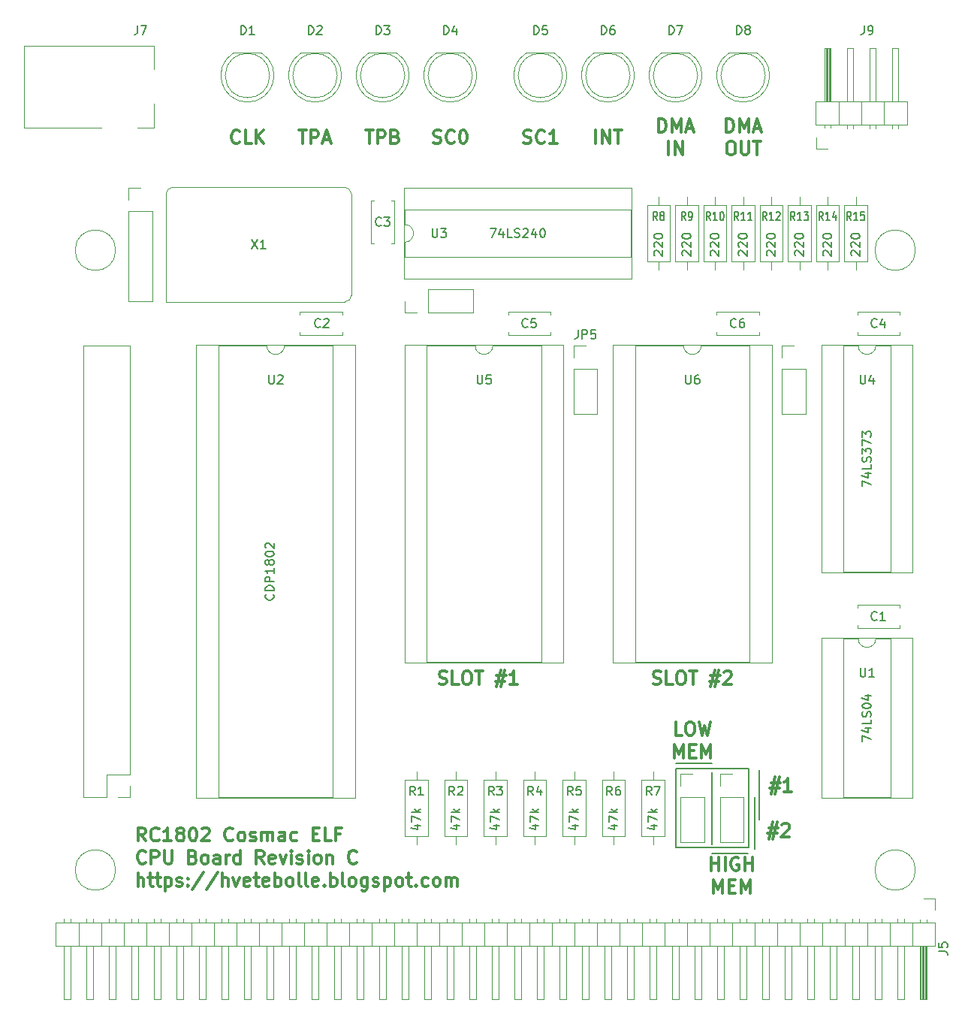
<source format=gto>
G04 #@! TF.FileFunction,Legend,Top*
%FSLAX46Y46*%
G04 Gerber Fmt 4.6, Leading zero omitted, Abs format (unit mm)*
G04 Created by KiCad (PCBNEW 4.0.7) date 09/11/18 20:00:37*
%MOMM*%
%LPD*%
G01*
G04 APERTURE LIST*
%ADD10C,0.100000*%
%ADD11C,0.300000*%
%ADD12C,0.200000*%
%ADD13C,0.120000*%
%ADD14C,0.150000*%
G04 APERTURE END LIST*
D10*
D11*
X167656429Y-120622143D02*
X167870715Y-120693571D01*
X168227858Y-120693571D01*
X168370715Y-120622143D01*
X168442144Y-120550714D01*
X168513572Y-120407857D01*
X168513572Y-120265000D01*
X168442144Y-120122143D01*
X168370715Y-120050714D01*
X168227858Y-119979286D01*
X167942144Y-119907857D01*
X167799286Y-119836429D01*
X167727858Y-119765000D01*
X167656429Y-119622143D01*
X167656429Y-119479286D01*
X167727858Y-119336429D01*
X167799286Y-119265000D01*
X167942144Y-119193571D01*
X168299286Y-119193571D01*
X168513572Y-119265000D01*
X169870715Y-120693571D02*
X169156429Y-120693571D01*
X169156429Y-119193571D01*
X170656429Y-119193571D02*
X170942143Y-119193571D01*
X171085001Y-119265000D01*
X171227858Y-119407857D01*
X171299286Y-119693571D01*
X171299286Y-120193571D01*
X171227858Y-120479286D01*
X171085001Y-120622143D01*
X170942143Y-120693571D01*
X170656429Y-120693571D01*
X170513572Y-120622143D01*
X170370715Y-120479286D01*
X170299286Y-120193571D01*
X170299286Y-119693571D01*
X170370715Y-119407857D01*
X170513572Y-119265000D01*
X170656429Y-119193571D01*
X171727858Y-119193571D02*
X172585001Y-119193571D01*
X172156430Y-120693571D02*
X172156430Y-119193571D01*
X174156429Y-119693571D02*
X175227858Y-119693571D01*
X174585001Y-119050714D02*
X174156429Y-120979286D01*
X175085001Y-120336429D02*
X174013572Y-120336429D01*
X174656429Y-120979286D02*
X175085001Y-119050714D01*
X175656429Y-119336429D02*
X175727858Y-119265000D01*
X175870715Y-119193571D01*
X176227858Y-119193571D01*
X176370715Y-119265000D01*
X176442144Y-119336429D01*
X176513572Y-119479286D01*
X176513572Y-119622143D01*
X176442144Y-119836429D01*
X175585001Y-120693571D01*
X176513572Y-120693571D01*
X143526429Y-120622143D02*
X143740715Y-120693571D01*
X144097858Y-120693571D01*
X144240715Y-120622143D01*
X144312144Y-120550714D01*
X144383572Y-120407857D01*
X144383572Y-120265000D01*
X144312144Y-120122143D01*
X144240715Y-120050714D01*
X144097858Y-119979286D01*
X143812144Y-119907857D01*
X143669286Y-119836429D01*
X143597858Y-119765000D01*
X143526429Y-119622143D01*
X143526429Y-119479286D01*
X143597858Y-119336429D01*
X143669286Y-119265000D01*
X143812144Y-119193571D01*
X144169286Y-119193571D01*
X144383572Y-119265000D01*
X145740715Y-120693571D02*
X145026429Y-120693571D01*
X145026429Y-119193571D01*
X146526429Y-119193571D02*
X146812143Y-119193571D01*
X146955001Y-119265000D01*
X147097858Y-119407857D01*
X147169286Y-119693571D01*
X147169286Y-120193571D01*
X147097858Y-120479286D01*
X146955001Y-120622143D01*
X146812143Y-120693571D01*
X146526429Y-120693571D01*
X146383572Y-120622143D01*
X146240715Y-120479286D01*
X146169286Y-120193571D01*
X146169286Y-119693571D01*
X146240715Y-119407857D01*
X146383572Y-119265000D01*
X146526429Y-119193571D01*
X147597858Y-119193571D02*
X148455001Y-119193571D01*
X148026430Y-120693571D02*
X148026430Y-119193571D01*
X150026429Y-119693571D02*
X151097858Y-119693571D01*
X150455001Y-119050714D02*
X150026429Y-120979286D01*
X150955001Y-120336429D02*
X149883572Y-120336429D01*
X150526429Y-120979286D02*
X150955001Y-119050714D01*
X152383572Y-120693571D02*
X151526429Y-120693571D01*
X151955001Y-120693571D02*
X151955001Y-119193571D01*
X151812144Y-119407857D01*
X151669286Y-119550714D01*
X151526429Y-119622143D01*
D12*
X174244000Y-139700000D02*
X178308000Y-139700000D01*
X174244000Y-129540000D02*
X170180000Y-129540000D01*
D11*
X180685429Y-136838571D02*
X181756858Y-136838571D01*
X181114001Y-136195714D02*
X180685429Y-138124286D01*
X181614001Y-137481429D02*
X180542572Y-137481429D01*
X181185429Y-138124286D02*
X181614001Y-136195714D01*
X182185429Y-136481429D02*
X182256858Y-136410000D01*
X182399715Y-136338571D01*
X182756858Y-136338571D01*
X182899715Y-136410000D01*
X182971144Y-136481429D01*
X183042572Y-136624286D01*
X183042572Y-136767143D01*
X182971144Y-136981429D01*
X182114001Y-137838571D01*
X183042572Y-137838571D01*
X180939429Y-131758571D02*
X182010858Y-131758571D01*
X181368001Y-131115714D02*
X180939429Y-133044286D01*
X181868001Y-132401429D02*
X180796572Y-132401429D01*
X181439429Y-133044286D02*
X181868001Y-131115714D01*
X183296572Y-132758571D02*
X182439429Y-132758571D01*
X182868001Y-132758571D02*
X182868001Y-131258571D01*
X182725144Y-131472857D01*
X182582286Y-131615714D01*
X182439429Y-131687143D01*
D12*
X179578000Y-130302000D02*
X179578000Y-135890000D01*
X179070000Y-139192000D02*
X179070000Y-133350000D01*
X174244000Y-138684000D02*
X174244000Y-130556000D01*
X170180000Y-139065000D02*
X170180000Y-130175000D01*
X178435000Y-139065000D02*
X170180000Y-139065000D01*
X178435000Y-130175000D02*
X178435000Y-139065000D01*
X170180000Y-130175000D02*
X178435000Y-130175000D01*
D11*
X174208571Y-141643571D02*
X174208571Y-140143571D01*
X174208571Y-140857857D02*
X175065714Y-140857857D01*
X175065714Y-141643571D02*
X175065714Y-140143571D01*
X175780000Y-141643571D02*
X175780000Y-140143571D01*
X177280000Y-140215000D02*
X177137143Y-140143571D01*
X176922857Y-140143571D01*
X176708572Y-140215000D01*
X176565714Y-140357857D01*
X176494286Y-140500714D01*
X176422857Y-140786429D01*
X176422857Y-141000714D01*
X176494286Y-141286429D01*
X176565714Y-141429286D01*
X176708572Y-141572143D01*
X176922857Y-141643571D01*
X177065714Y-141643571D01*
X177280000Y-141572143D01*
X177351429Y-141500714D01*
X177351429Y-141000714D01*
X177065714Y-141000714D01*
X177994286Y-141643571D02*
X177994286Y-140143571D01*
X177994286Y-140857857D02*
X178851429Y-140857857D01*
X178851429Y-141643571D02*
X178851429Y-140143571D01*
X174494286Y-144193571D02*
X174494286Y-142693571D01*
X174994286Y-143765000D01*
X175494286Y-142693571D01*
X175494286Y-144193571D01*
X176208572Y-143407857D02*
X176708572Y-143407857D01*
X176922858Y-144193571D02*
X176208572Y-144193571D01*
X176208572Y-142693571D01*
X176922858Y-142693571D01*
X177565715Y-144193571D02*
X177565715Y-142693571D01*
X178065715Y-143765000D01*
X178565715Y-142693571D01*
X178565715Y-144193571D01*
X170906429Y-126403571D02*
X170192143Y-126403571D01*
X170192143Y-124903571D01*
X171692143Y-124903571D02*
X171977857Y-124903571D01*
X172120715Y-124975000D01*
X172263572Y-125117857D01*
X172335000Y-125403571D01*
X172335000Y-125903571D01*
X172263572Y-126189286D01*
X172120715Y-126332143D01*
X171977857Y-126403571D01*
X171692143Y-126403571D01*
X171549286Y-126332143D01*
X171406429Y-126189286D01*
X171335000Y-125903571D01*
X171335000Y-125403571D01*
X171406429Y-125117857D01*
X171549286Y-124975000D01*
X171692143Y-124903571D01*
X172835001Y-124903571D02*
X173192144Y-126403571D01*
X173477858Y-125332143D01*
X173763572Y-126403571D01*
X174120715Y-124903571D01*
X170049286Y-128953571D02*
X170049286Y-127453571D01*
X170549286Y-128525000D01*
X171049286Y-127453571D01*
X171049286Y-128953571D01*
X171763572Y-128167857D02*
X172263572Y-128167857D01*
X172477858Y-128953571D02*
X171763572Y-128953571D01*
X171763572Y-127453571D01*
X172477858Y-127453571D01*
X173120715Y-128953571D02*
X173120715Y-127453571D01*
X173620715Y-128525000D01*
X174120715Y-127453571D01*
X174120715Y-128953571D01*
X175907143Y-58458571D02*
X175907143Y-56958571D01*
X176264286Y-56958571D01*
X176478571Y-57030000D01*
X176621429Y-57172857D01*
X176692857Y-57315714D01*
X176764286Y-57601429D01*
X176764286Y-57815714D01*
X176692857Y-58101429D01*
X176621429Y-58244286D01*
X176478571Y-58387143D01*
X176264286Y-58458571D01*
X175907143Y-58458571D01*
X177407143Y-58458571D02*
X177407143Y-56958571D01*
X177907143Y-58030000D01*
X178407143Y-56958571D01*
X178407143Y-58458571D01*
X179050000Y-58030000D02*
X179764286Y-58030000D01*
X178907143Y-58458571D02*
X179407143Y-56958571D01*
X179907143Y-58458571D01*
X176300000Y-59508571D02*
X176585714Y-59508571D01*
X176728572Y-59580000D01*
X176871429Y-59722857D01*
X176942857Y-60008571D01*
X176942857Y-60508571D01*
X176871429Y-60794286D01*
X176728572Y-60937143D01*
X176585714Y-61008571D01*
X176300000Y-61008571D01*
X176157143Y-60937143D01*
X176014286Y-60794286D01*
X175942857Y-60508571D01*
X175942857Y-60008571D01*
X176014286Y-59722857D01*
X176157143Y-59580000D01*
X176300000Y-59508571D01*
X177585715Y-59508571D02*
X177585715Y-60722857D01*
X177657143Y-60865714D01*
X177728572Y-60937143D01*
X177871429Y-61008571D01*
X178157143Y-61008571D01*
X178300001Y-60937143D01*
X178371429Y-60865714D01*
X178442858Y-60722857D01*
X178442858Y-59508571D01*
X178942858Y-59508571D02*
X179800001Y-59508571D01*
X179371430Y-61008571D02*
X179371430Y-59508571D01*
X168287143Y-58458571D02*
X168287143Y-56958571D01*
X168644286Y-56958571D01*
X168858571Y-57030000D01*
X169001429Y-57172857D01*
X169072857Y-57315714D01*
X169144286Y-57601429D01*
X169144286Y-57815714D01*
X169072857Y-58101429D01*
X169001429Y-58244286D01*
X168858571Y-58387143D01*
X168644286Y-58458571D01*
X168287143Y-58458571D01*
X169787143Y-58458571D02*
X169787143Y-56958571D01*
X170287143Y-58030000D01*
X170787143Y-56958571D01*
X170787143Y-58458571D01*
X171430000Y-58030000D02*
X172144286Y-58030000D01*
X171287143Y-58458571D02*
X171787143Y-56958571D01*
X172287143Y-58458571D01*
X169394286Y-61008571D02*
X169394286Y-59508571D01*
X170108572Y-61008571D02*
X170108572Y-59508571D01*
X170965715Y-61008571D01*
X170965715Y-59508571D01*
X161202857Y-59733571D02*
X161202857Y-58233571D01*
X161917143Y-59733571D02*
X161917143Y-58233571D01*
X162774286Y-59733571D01*
X162774286Y-58233571D01*
X163274286Y-58233571D02*
X164131429Y-58233571D01*
X163702858Y-59733571D02*
X163702858Y-58233571D01*
X153047143Y-59662143D02*
X153261429Y-59733571D01*
X153618572Y-59733571D01*
X153761429Y-59662143D01*
X153832858Y-59590714D01*
X153904286Y-59447857D01*
X153904286Y-59305000D01*
X153832858Y-59162143D01*
X153761429Y-59090714D01*
X153618572Y-59019286D01*
X153332858Y-58947857D01*
X153190000Y-58876429D01*
X153118572Y-58805000D01*
X153047143Y-58662143D01*
X153047143Y-58519286D01*
X153118572Y-58376429D01*
X153190000Y-58305000D01*
X153332858Y-58233571D01*
X153690000Y-58233571D01*
X153904286Y-58305000D01*
X155404286Y-59590714D02*
X155332857Y-59662143D01*
X155118571Y-59733571D01*
X154975714Y-59733571D01*
X154761429Y-59662143D01*
X154618571Y-59519286D01*
X154547143Y-59376429D01*
X154475714Y-59090714D01*
X154475714Y-58876429D01*
X154547143Y-58590714D01*
X154618571Y-58447857D01*
X154761429Y-58305000D01*
X154975714Y-58233571D01*
X155118571Y-58233571D01*
X155332857Y-58305000D01*
X155404286Y-58376429D01*
X156832857Y-59733571D02*
X155975714Y-59733571D01*
X156404286Y-59733571D02*
X156404286Y-58233571D01*
X156261429Y-58447857D01*
X156118571Y-58590714D01*
X155975714Y-58662143D01*
X142887143Y-59662143D02*
X143101429Y-59733571D01*
X143458572Y-59733571D01*
X143601429Y-59662143D01*
X143672858Y-59590714D01*
X143744286Y-59447857D01*
X143744286Y-59305000D01*
X143672858Y-59162143D01*
X143601429Y-59090714D01*
X143458572Y-59019286D01*
X143172858Y-58947857D01*
X143030000Y-58876429D01*
X142958572Y-58805000D01*
X142887143Y-58662143D01*
X142887143Y-58519286D01*
X142958572Y-58376429D01*
X143030000Y-58305000D01*
X143172858Y-58233571D01*
X143530000Y-58233571D01*
X143744286Y-58305000D01*
X145244286Y-59590714D02*
X145172857Y-59662143D01*
X144958571Y-59733571D01*
X144815714Y-59733571D01*
X144601429Y-59662143D01*
X144458571Y-59519286D01*
X144387143Y-59376429D01*
X144315714Y-59090714D01*
X144315714Y-58876429D01*
X144387143Y-58590714D01*
X144458571Y-58447857D01*
X144601429Y-58305000D01*
X144815714Y-58233571D01*
X144958571Y-58233571D01*
X145172857Y-58305000D01*
X145244286Y-58376429D01*
X146172857Y-58233571D02*
X146315714Y-58233571D01*
X146458571Y-58305000D01*
X146530000Y-58376429D01*
X146601429Y-58519286D01*
X146672857Y-58805000D01*
X146672857Y-59162143D01*
X146601429Y-59447857D01*
X146530000Y-59590714D01*
X146458571Y-59662143D01*
X146315714Y-59733571D01*
X146172857Y-59733571D01*
X146030000Y-59662143D01*
X145958571Y-59590714D01*
X145887143Y-59447857D01*
X145815714Y-59162143D01*
X145815714Y-58805000D01*
X145887143Y-58519286D01*
X145958571Y-58376429D01*
X146030000Y-58305000D01*
X146172857Y-58233571D01*
X135231429Y-58233571D02*
X136088572Y-58233571D01*
X135660001Y-59733571D02*
X135660001Y-58233571D01*
X136588572Y-59733571D02*
X136588572Y-58233571D01*
X137160000Y-58233571D01*
X137302858Y-58305000D01*
X137374286Y-58376429D01*
X137445715Y-58519286D01*
X137445715Y-58733571D01*
X137374286Y-58876429D01*
X137302858Y-58947857D01*
X137160000Y-59019286D01*
X136588572Y-59019286D01*
X138588572Y-58947857D02*
X138802858Y-59019286D01*
X138874286Y-59090714D01*
X138945715Y-59233571D01*
X138945715Y-59447857D01*
X138874286Y-59590714D01*
X138802858Y-59662143D01*
X138660000Y-59733571D01*
X138088572Y-59733571D01*
X138088572Y-58233571D01*
X138588572Y-58233571D01*
X138731429Y-58305000D01*
X138802858Y-58376429D01*
X138874286Y-58519286D01*
X138874286Y-58662143D01*
X138802858Y-58805000D01*
X138731429Y-58876429D01*
X138588572Y-58947857D01*
X138088572Y-58947857D01*
X127718572Y-58233571D02*
X128575715Y-58233571D01*
X128147144Y-59733571D02*
X128147144Y-58233571D01*
X129075715Y-59733571D02*
X129075715Y-58233571D01*
X129647143Y-58233571D01*
X129790001Y-58305000D01*
X129861429Y-58376429D01*
X129932858Y-58519286D01*
X129932858Y-58733571D01*
X129861429Y-58876429D01*
X129790001Y-58947857D01*
X129647143Y-59019286D01*
X129075715Y-59019286D01*
X130504286Y-59305000D02*
X131218572Y-59305000D01*
X130361429Y-59733571D02*
X130861429Y-58233571D01*
X131361429Y-59733571D01*
X121027143Y-59590714D02*
X120955714Y-59662143D01*
X120741428Y-59733571D01*
X120598571Y-59733571D01*
X120384286Y-59662143D01*
X120241428Y-59519286D01*
X120170000Y-59376429D01*
X120098571Y-59090714D01*
X120098571Y-58876429D01*
X120170000Y-58590714D01*
X120241428Y-58447857D01*
X120384286Y-58305000D01*
X120598571Y-58233571D01*
X120741428Y-58233571D01*
X120955714Y-58305000D01*
X121027143Y-58376429D01*
X122384286Y-59733571D02*
X121670000Y-59733571D01*
X121670000Y-58233571D01*
X122884286Y-59733571D02*
X122884286Y-58233571D01*
X123741429Y-59733571D02*
X123098572Y-58876429D01*
X123741429Y-58233571D02*
X122884286Y-59090714D01*
X110434286Y-138336571D02*
X109934286Y-137622286D01*
X109577143Y-138336571D02*
X109577143Y-136836571D01*
X110148571Y-136836571D01*
X110291429Y-136908000D01*
X110362857Y-136979429D01*
X110434286Y-137122286D01*
X110434286Y-137336571D01*
X110362857Y-137479429D01*
X110291429Y-137550857D01*
X110148571Y-137622286D01*
X109577143Y-137622286D01*
X111934286Y-138193714D02*
X111862857Y-138265143D01*
X111648571Y-138336571D01*
X111505714Y-138336571D01*
X111291429Y-138265143D01*
X111148571Y-138122286D01*
X111077143Y-137979429D01*
X111005714Y-137693714D01*
X111005714Y-137479429D01*
X111077143Y-137193714D01*
X111148571Y-137050857D01*
X111291429Y-136908000D01*
X111505714Y-136836571D01*
X111648571Y-136836571D01*
X111862857Y-136908000D01*
X111934286Y-136979429D01*
X113362857Y-138336571D02*
X112505714Y-138336571D01*
X112934286Y-138336571D02*
X112934286Y-136836571D01*
X112791429Y-137050857D01*
X112648571Y-137193714D01*
X112505714Y-137265143D01*
X114220000Y-137479429D02*
X114077142Y-137408000D01*
X114005714Y-137336571D01*
X113934285Y-137193714D01*
X113934285Y-137122286D01*
X114005714Y-136979429D01*
X114077142Y-136908000D01*
X114220000Y-136836571D01*
X114505714Y-136836571D01*
X114648571Y-136908000D01*
X114720000Y-136979429D01*
X114791428Y-137122286D01*
X114791428Y-137193714D01*
X114720000Y-137336571D01*
X114648571Y-137408000D01*
X114505714Y-137479429D01*
X114220000Y-137479429D01*
X114077142Y-137550857D01*
X114005714Y-137622286D01*
X113934285Y-137765143D01*
X113934285Y-138050857D01*
X114005714Y-138193714D01*
X114077142Y-138265143D01*
X114220000Y-138336571D01*
X114505714Y-138336571D01*
X114648571Y-138265143D01*
X114720000Y-138193714D01*
X114791428Y-138050857D01*
X114791428Y-137765143D01*
X114720000Y-137622286D01*
X114648571Y-137550857D01*
X114505714Y-137479429D01*
X115719999Y-136836571D02*
X115862856Y-136836571D01*
X116005713Y-136908000D01*
X116077142Y-136979429D01*
X116148571Y-137122286D01*
X116219999Y-137408000D01*
X116219999Y-137765143D01*
X116148571Y-138050857D01*
X116077142Y-138193714D01*
X116005713Y-138265143D01*
X115862856Y-138336571D01*
X115719999Y-138336571D01*
X115577142Y-138265143D01*
X115505713Y-138193714D01*
X115434285Y-138050857D01*
X115362856Y-137765143D01*
X115362856Y-137408000D01*
X115434285Y-137122286D01*
X115505713Y-136979429D01*
X115577142Y-136908000D01*
X115719999Y-136836571D01*
X116791427Y-136979429D02*
X116862856Y-136908000D01*
X117005713Y-136836571D01*
X117362856Y-136836571D01*
X117505713Y-136908000D01*
X117577142Y-136979429D01*
X117648570Y-137122286D01*
X117648570Y-137265143D01*
X117577142Y-137479429D01*
X116719999Y-138336571D01*
X117648570Y-138336571D01*
X120291427Y-138193714D02*
X120219998Y-138265143D01*
X120005712Y-138336571D01*
X119862855Y-138336571D01*
X119648570Y-138265143D01*
X119505712Y-138122286D01*
X119434284Y-137979429D01*
X119362855Y-137693714D01*
X119362855Y-137479429D01*
X119434284Y-137193714D01*
X119505712Y-137050857D01*
X119648570Y-136908000D01*
X119862855Y-136836571D01*
X120005712Y-136836571D01*
X120219998Y-136908000D01*
X120291427Y-136979429D01*
X121148570Y-138336571D02*
X121005712Y-138265143D01*
X120934284Y-138193714D01*
X120862855Y-138050857D01*
X120862855Y-137622286D01*
X120934284Y-137479429D01*
X121005712Y-137408000D01*
X121148570Y-137336571D01*
X121362855Y-137336571D01*
X121505712Y-137408000D01*
X121577141Y-137479429D01*
X121648570Y-137622286D01*
X121648570Y-138050857D01*
X121577141Y-138193714D01*
X121505712Y-138265143D01*
X121362855Y-138336571D01*
X121148570Y-138336571D01*
X122219998Y-138265143D02*
X122362855Y-138336571D01*
X122648570Y-138336571D01*
X122791427Y-138265143D01*
X122862855Y-138122286D01*
X122862855Y-138050857D01*
X122791427Y-137908000D01*
X122648570Y-137836571D01*
X122434284Y-137836571D01*
X122291427Y-137765143D01*
X122219998Y-137622286D01*
X122219998Y-137550857D01*
X122291427Y-137408000D01*
X122434284Y-137336571D01*
X122648570Y-137336571D01*
X122791427Y-137408000D01*
X123505713Y-138336571D02*
X123505713Y-137336571D01*
X123505713Y-137479429D02*
X123577141Y-137408000D01*
X123719999Y-137336571D01*
X123934284Y-137336571D01*
X124077141Y-137408000D01*
X124148570Y-137550857D01*
X124148570Y-138336571D01*
X124148570Y-137550857D02*
X124219999Y-137408000D01*
X124362856Y-137336571D01*
X124577141Y-137336571D01*
X124719999Y-137408000D01*
X124791427Y-137550857D01*
X124791427Y-138336571D01*
X126148570Y-138336571D02*
X126148570Y-137550857D01*
X126077141Y-137408000D01*
X125934284Y-137336571D01*
X125648570Y-137336571D01*
X125505713Y-137408000D01*
X126148570Y-138265143D02*
X126005713Y-138336571D01*
X125648570Y-138336571D01*
X125505713Y-138265143D01*
X125434284Y-138122286D01*
X125434284Y-137979429D01*
X125505713Y-137836571D01*
X125648570Y-137765143D01*
X126005713Y-137765143D01*
X126148570Y-137693714D01*
X127505713Y-138265143D02*
X127362856Y-138336571D01*
X127077142Y-138336571D01*
X126934284Y-138265143D01*
X126862856Y-138193714D01*
X126791427Y-138050857D01*
X126791427Y-137622286D01*
X126862856Y-137479429D01*
X126934284Y-137408000D01*
X127077142Y-137336571D01*
X127362856Y-137336571D01*
X127505713Y-137408000D01*
X129291427Y-137550857D02*
X129791427Y-137550857D01*
X130005713Y-138336571D02*
X129291427Y-138336571D01*
X129291427Y-136836571D01*
X130005713Y-136836571D01*
X131362856Y-138336571D02*
X130648570Y-138336571D01*
X130648570Y-136836571D01*
X132362856Y-137550857D02*
X131862856Y-137550857D01*
X131862856Y-138336571D02*
X131862856Y-136836571D01*
X132577142Y-136836571D01*
X110434286Y-140743714D02*
X110362857Y-140815143D01*
X110148571Y-140886571D01*
X110005714Y-140886571D01*
X109791429Y-140815143D01*
X109648571Y-140672286D01*
X109577143Y-140529429D01*
X109505714Y-140243714D01*
X109505714Y-140029429D01*
X109577143Y-139743714D01*
X109648571Y-139600857D01*
X109791429Y-139458000D01*
X110005714Y-139386571D01*
X110148571Y-139386571D01*
X110362857Y-139458000D01*
X110434286Y-139529429D01*
X111077143Y-140886571D02*
X111077143Y-139386571D01*
X111648571Y-139386571D01*
X111791429Y-139458000D01*
X111862857Y-139529429D01*
X111934286Y-139672286D01*
X111934286Y-139886571D01*
X111862857Y-140029429D01*
X111791429Y-140100857D01*
X111648571Y-140172286D01*
X111077143Y-140172286D01*
X112577143Y-139386571D02*
X112577143Y-140600857D01*
X112648571Y-140743714D01*
X112720000Y-140815143D01*
X112862857Y-140886571D01*
X113148571Y-140886571D01*
X113291429Y-140815143D01*
X113362857Y-140743714D01*
X113434286Y-140600857D01*
X113434286Y-139386571D01*
X115791429Y-140100857D02*
X116005715Y-140172286D01*
X116077143Y-140243714D01*
X116148572Y-140386571D01*
X116148572Y-140600857D01*
X116077143Y-140743714D01*
X116005715Y-140815143D01*
X115862857Y-140886571D01*
X115291429Y-140886571D01*
X115291429Y-139386571D01*
X115791429Y-139386571D01*
X115934286Y-139458000D01*
X116005715Y-139529429D01*
X116077143Y-139672286D01*
X116077143Y-139815143D01*
X116005715Y-139958000D01*
X115934286Y-140029429D01*
X115791429Y-140100857D01*
X115291429Y-140100857D01*
X117005715Y-140886571D02*
X116862857Y-140815143D01*
X116791429Y-140743714D01*
X116720000Y-140600857D01*
X116720000Y-140172286D01*
X116791429Y-140029429D01*
X116862857Y-139958000D01*
X117005715Y-139886571D01*
X117220000Y-139886571D01*
X117362857Y-139958000D01*
X117434286Y-140029429D01*
X117505715Y-140172286D01*
X117505715Y-140600857D01*
X117434286Y-140743714D01*
X117362857Y-140815143D01*
X117220000Y-140886571D01*
X117005715Y-140886571D01*
X118791429Y-140886571D02*
X118791429Y-140100857D01*
X118720000Y-139958000D01*
X118577143Y-139886571D01*
X118291429Y-139886571D01*
X118148572Y-139958000D01*
X118791429Y-140815143D02*
X118648572Y-140886571D01*
X118291429Y-140886571D01*
X118148572Y-140815143D01*
X118077143Y-140672286D01*
X118077143Y-140529429D01*
X118148572Y-140386571D01*
X118291429Y-140315143D01*
X118648572Y-140315143D01*
X118791429Y-140243714D01*
X119505715Y-140886571D02*
X119505715Y-139886571D01*
X119505715Y-140172286D02*
X119577143Y-140029429D01*
X119648572Y-139958000D01*
X119791429Y-139886571D01*
X119934286Y-139886571D01*
X121077143Y-140886571D02*
X121077143Y-139386571D01*
X121077143Y-140815143D02*
X120934286Y-140886571D01*
X120648572Y-140886571D01*
X120505714Y-140815143D01*
X120434286Y-140743714D01*
X120362857Y-140600857D01*
X120362857Y-140172286D01*
X120434286Y-140029429D01*
X120505714Y-139958000D01*
X120648572Y-139886571D01*
X120934286Y-139886571D01*
X121077143Y-139958000D01*
X123791429Y-140886571D02*
X123291429Y-140172286D01*
X122934286Y-140886571D02*
X122934286Y-139386571D01*
X123505714Y-139386571D01*
X123648572Y-139458000D01*
X123720000Y-139529429D01*
X123791429Y-139672286D01*
X123791429Y-139886571D01*
X123720000Y-140029429D01*
X123648572Y-140100857D01*
X123505714Y-140172286D01*
X122934286Y-140172286D01*
X125005714Y-140815143D02*
X124862857Y-140886571D01*
X124577143Y-140886571D01*
X124434286Y-140815143D01*
X124362857Y-140672286D01*
X124362857Y-140100857D01*
X124434286Y-139958000D01*
X124577143Y-139886571D01*
X124862857Y-139886571D01*
X125005714Y-139958000D01*
X125077143Y-140100857D01*
X125077143Y-140243714D01*
X124362857Y-140386571D01*
X125577143Y-139886571D02*
X125934286Y-140886571D01*
X126291428Y-139886571D01*
X126862857Y-140886571D02*
X126862857Y-139886571D01*
X126862857Y-139386571D02*
X126791428Y-139458000D01*
X126862857Y-139529429D01*
X126934285Y-139458000D01*
X126862857Y-139386571D01*
X126862857Y-139529429D01*
X127505714Y-140815143D02*
X127648571Y-140886571D01*
X127934286Y-140886571D01*
X128077143Y-140815143D01*
X128148571Y-140672286D01*
X128148571Y-140600857D01*
X128077143Y-140458000D01*
X127934286Y-140386571D01*
X127720000Y-140386571D01*
X127577143Y-140315143D01*
X127505714Y-140172286D01*
X127505714Y-140100857D01*
X127577143Y-139958000D01*
X127720000Y-139886571D01*
X127934286Y-139886571D01*
X128077143Y-139958000D01*
X128791429Y-140886571D02*
X128791429Y-139886571D01*
X128791429Y-139386571D02*
X128720000Y-139458000D01*
X128791429Y-139529429D01*
X128862857Y-139458000D01*
X128791429Y-139386571D01*
X128791429Y-139529429D01*
X129720001Y-140886571D02*
X129577143Y-140815143D01*
X129505715Y-140743714D01*
X129434286Y-140600857D01*
X129434286Y-140172286D01*
X129505715Y-140029429D01*
X129577143Y-139958000D01*
X129720001Y-139886571D01*
X129934286Y-139886571D01*
X130077143Y-139958000D01*
X130148572Y-140029429D01*
X130220001Y-140172286D01*
X130220001Y-140600857D01*
X130148572Y-140743714D01*
X130077143Y-140815143D01*
X129934286Y-140886571D01*
X129720001Y-140886571D01*
X130862858Y-139886571D02*
X130862858Y-140886571D01*
X130862858Y-140029429D02*
X130934286Y-139958000D01*
X131077144Y-139886571D01*
X131291429Y-139886571D01*
X131434286Y-139958000D01*
X131505715Y-140100857D01*
X131505715Y-140886571D01*
X134220001Y-140743714D02*
X134148572Y-140815143D01*
X133934286Y-140886571D01*
X133791429Y-140886571D01*
X133577144Y-140815143D01*
X133434286Y-140672286D01*
X133362858Y-140529429D01*
X133291429Y-140243714D01*
X133291429Y-140029429D01*
X133362858Y-139743714D01*
X133434286Y-139600857D01*
X133577144Y-139458000D01*
X133791429Y-139386571D01*
X133934286Y-139386571D01*
X134148572Y-139458000D01*
X134220001Y-139529429D01*
X109577143Y-143436571D02*
X109577143Y-141936571D01*
X110220000Y-143436571D02*
X110220000Y-142650857D01*
X110148571Y-142508000D01*
X110005714Y-142436571D01*
X109791429Y-142436571D01*
X109648571Y-142508000D01*
X109577143Y-142579429D01*
X110720000Y-142436571D02*
X111291429Y-142436571D01*
X110934286Y-141936571D02*
X110934286Y-143222286D01*
X111005714Y-143365143D01*
X111148572Y-143436571D01*
X111291429Y-143436571D01*
X111577143Y-142436571D02*
X112148572Y-142436571D01*
X111791429Y-141936571D02*
X111791429Y-143222286D01*
X111862857Y-143365143D01*
X112005715Y-143436571D01*
X112148572Y-143436571D01*
X112648572Y-142436571D02*
X112648572Y-143936571D01*
X112648572Y-142508000D02*
X112791429Y-142436571D01*
X113077143Y-142436571D01*
X113220000Y-142508000D01*
X113291429Y-142579429D01*
X113362858Y-142722286D01*
X113362858Y-143150857D01*
X113291429Y-143293714D01*
X113220000Y-143365143D01*
X113077143Y-143436571D01*
X112791429Y-143436571D01*
X112648572Y-143365143D01*
X113934286Y-143365143D02*
X114077143Y-143436571D01*
X114362858Y-143436571D01*
X114505715Y-143365143D01*
X114577143Y-143222286D01*
X114577143Y-143150857D01*
X114505715Y-143008000D01*
X114362858Y-142936571D01*
X114148572Y-142936571D01*
X114005715Y-142865143D01*
X113934286Y-142722286D01*
X113934286Y-142650857D01*
X114005715Y-142508000D01*
X114148572Y-142436571D01*
X114362858Y-142436571D01*
X114505715Y-142508000D01*
X115220001Y-143293714D02*
X115291429Y-143365143D01*
X115220001Y-143436571D01*
X115148572Y-143365143D01*
X115220001Y-143293714D01*
X115220001Y-143436571D01*
X115220001Y-142508000D02*
X115291429Y-142579429D01*
X115220001Y-142650857D01*
X115148572Y-142579429D01*
X115220001Y-142508000D01*
X115220001Y-142650857D01*
X117005715Y-141865143D02*
X115720001Y-143793714D01*
X118577144Y-141865143D02*
X117291430Y-143793714D01*
X119077145Y-143436571D02*
X119077145Y-141936571D01*
X119720002Y-143436571D02*
X119720002Y-142650857D01*
X119648573Y-142508000D01*
X119505716Y-142436571D01*
X119291431Y-142436571D01*
X119148573Y-142508000D01*
X119077145Y-142579429D01*
X120291431Y-142436571D02*
X120648574Y-143436571D01*
X121005716Y-142436571D01*
X122148573Y-143365143D02*
X122005716Y-143436571D01*
X121720002Y-143436571D01*
X121577145Y-143365143D01*
X121505716Y-143222286D01*
X121505716Y-142650857D01*
X121577145Y-142508000D01*
X121720002Y-142436571D01*
X122005716Y-142436571D01*
X122148573Y-142508000D01*
X122220002Y-142650857D01*
X122220002Y-142793714D01*
X121505716Y-142936571D01*
X122648573Y-142436571D02*
X123220002Y-142436571D01*
X122862859Y-141936571D02*
X122862859Y-143222286D01*
X122934287Y-143365143D01*
X123077145Y-143436571D01*
X123220002Y-143436571D01*
X124291430Y-143365143D02*
X124148573Y-143436571D01*
X123862859Y-143436571D01*
X123720002Y-143365143D01*
X123648573Y-143222286D01*
X123648573Y-142650857D01*
X123720002Y-142508000D01*
X123862859Y-142436571D01*
X124148573Y-142436571D01*
X124291430Y-142508000D01*
X124362859Y-142650857D01*
X124362859Y-142793714D01*
X123648573Y-142936571D01*
X125005716Y-143436571D02*
X125005716Y-141936571D01*
X125005716Y-142508000D02*
X125148573Y-142436571D01*
X125434287Y-142436571D01*
X125577144Y-142508000D01*
X125648573Y-142579429D01*
X125720002Y-142722286D01*
X125720002Y-143150857D01*
X125648573Y-143293714D01*
X125577144Y-143365143D01*
X125434287Y-143436571D01*
X125148573Y-143436571D01*
X125005716Y-143365143D01*
X126577145Y-143436571D02*
X126434287Y-143365143D01*
X126362859Y-143293714D01*
X126291430Y-143150857D01*
X126291430Y-142722286D01*
X126362859Y-142579429D01*
X126434287Y-142508000D01*
X126577145Y-142436571D01*
X126791430Y-142436571D01*
X126934287Y-142508000D01*
X127005716Y-142579429D01*
X127077145Y-142722286D01*
X127077145Y-143150857D01*
X127005716Y-143293714D01*
X126934287Y-143365143D01*
X126791430Y-143436571D01*
X126577145Y-143436571D01*
X127934288Y-143436571D02*
X127791430Y-143365143D01*
X127720002Y-143222286D01*
X127720002Y-141936571D01*
X128720002Y-143436571D02*
X128577144Y-143365143D01*
X128505716Y-143222286D01*
X128505716Y-141936571D01*
X129862858Y-143365143D02*
X129720001Y-143436571D01*
X129434287Y-143436571D01*
X129291430Y-143365143D01*
X129220001Y-143222286D01*
X129220001Y-142650857D01*
X129291430Y-142508000D01*
X129434287Y-142436571D01*
X129720001Y-142436571D01*
X129862858Y-142508000D01*
X129934287Y-142650857D01*
X129934287Y-142793714D01*
X129220001Y-142936571D01*
X130577144Y-143293714D02*
X130648572Y-143365143D01*
X130577144Y-143436571D01*
X130505715Y-143365143D01*
X130577144Y-143293714D01*
X130577144Y-143436571D01*
X131291430Y-143436571D02*
X131291430Y-141936571D01*
X131291430Y-142508000D02*
X131434287Y-142436571D01*
X131720001Y-142436571D01*
X131862858Y-142508000D01*
X131934287Y-142579429D01*
X132005716Y-142722286D01*
X132005716Y-143150857D01*
X131934287Y-143293714D01*
X131862858Y-143365143D01*
X131720001Y-143436571D01*
X131434287Y-143436571D01*
X131291430Y-143365143D01*
X132862859Y-143436571D02*
X132720001Y-143365143D01*
X132648573Y-143222286D01*
X132648573Y-141936571D01*
X133648573Y-143436571D02*
X133505715Y-143365143D01*
X133434287Y-143293714D01*
X133362858Y-143150857D01*
X133362858Y-142722286D01*
X133434287Y-142579429D01*
X133505715Y-142508000D01*
X133648573Y-142436571D01*
X133862858Y-142436571D01*
X134005715Y-142508000D01*
X134077144Y-142579429D01*
X134148573Y-142722286D01*
X134148573Y-143150857D01*
X134077144Y-143293714D01*
X134005715Y-143365143D01*
X133862858Y-143436571D01*
X133648573Y-143436571D01*
X135434287Y-142436571D02*
X135434287Y-143650857D01*
X135362858Y-143793714D01*
X135291430Y-143865143D01*
X135148573Y-143936571D01*
X134934287Y-143936571D01*
X134791430Y-143865143D01*
X135434287Y-143365143D02*
X135291430Y-143436571D01*
X135005716Y-143436571D01*
X134862858Y-143365143D01*
X134791430Y-143293714D01*
X134720001Y-143150857D01*
X134720001Y-142722286D01*
X134791430Y-142579429D01*
X134862858Y-142508000D01*
X135005716Y-142436571D01*
X135291430Y-142436571D01*
X135434287Y-142508000D01*
X136077144Y-143365143D02*
X136220001Y-143436571D01*
X136505716Y-143436571D01*
X136648573Y-143365143D01*
X136720001Y-143222286D01*
X136720001Y-143150857D01*
X136648573Y-143008000D01*
X136505716Y-142936571D01*
X136291430Y-142936571D01*
X136148573Y-142865143D01*
X136077144Y-142722286D01*
X136077144Y-142650857D01*
X136148573Y-142508000D01*
X136291430Y-142436571D01*
X136505716Y-142436571D01*
X136648573Y-142508000D01*
X137362859Y-142436571D02*
X137362859Y-143936571D01*
X137362859Y-142508000D02*
X137505716Y-142436571D01*
X137791430Y-142436571D01*
X137934287Y-142508000D01*
X138005716Y-142579429D01*
X138077145Y-142722286D01*
X138077145Y-143150857D01*
X138005716Y-143293714D01*
X137934287Y-143365143D01*
X137791430Y-143436571D01*
X137505716Y-143436571D01*
X137362859Y-143365143D01*
X138934288Y-143436571D02*
X138791430Y-143365143D01*
X138720002Y-143293714D01*
X138648573Y-143150857D01*
X138648573Y-142722286D01*
X138720002Y-142579429D01*
X138791430Y-142508000D01*
X138934288Y-142436571D01*
X139148573Y-142436571D01*
X139291430Y-142508000D01*
X139362859Y-142579429D01*
X139434288Y-142722286D01*
X139434288Y-143150857D01*
X139362859Y-143293714D01*
X139291430Y-143365143D01*
X139148573Y-143436571D01*
X138934288Y-143436571D01*
X139862859Y-142436571D02*
X140434288Y-142436571D01*
X140077145Y-141936571D02*
X140077145Y-143222286D01*
X140148573Y-143365143D01*
X140291431Y-143436571D01*
X140434288Y-143436571D01*
X140934288Y-143293714D02*
X141005716Y-143365143D01*
X140934288Y-143436571D01*
X140862859Y-143365143D01*
X140934288Y-143293714D01*
X140934288Y-143436571D01*
X142291431Y-143365143D02*
X142148574Y-143436571D01*
X141862860Y-143436571D01*
X141720002Y-143365143D01*
X141648574Y-143293714D01*
X141577145Y-143150857D01*
X141577145Y-142722286D01*
X141648574Y-142579429D01*
X141720002Y-142508000D01*
X141862860Y-142436571D01*
X142148574Y-142436571D01*
X142291431Y-142508000D01*
X143148574Y-143436571D02*
X143005716Y-143365143D01*
X142934288Y-143293714D01*
X142862859Y-143150857D01*
X142862859Y-142722286D01*
X142934288Y-142579429D01*
X143005716Y-142508000D01*
X143148574Y-142436571D01*
X143362859Y-142436571D01*
X143505716Y-142508000D01*
X143577145Y-142579429D01*
X143648574Y-142722286D01*
X143648574Y-143150857D01*
X143577145Y-143293714D01*
X143505716Y-143365143D01*
X143362859Y-143436571D01*
X143148574Y-143436571D01*
X144291431Y-143436571D02*
X144291431Y-142436571D01*
X144291431Y-142579429D02*
X144362859Y-142508000D01*
X144505717Y-142436571D01*
X144720002Y-142436571D01*
X144862859Y-142508000D01*
X144934288Y-142650857D01*
X144934288Y-143436571D01*
X144934288Y-142650857D02*
X145005717Y-142508000D01*
X145148574Y-142436571D01*
X145362859Y-142436571D01*
X145505717Y-142508000D01*
X145577145Y-142650857D01*
X145577145Y-143436571D01*
D13*
X195490000Y-114340000D02*
X190670000Y-114340000D01*
X195490000Y-111720000D02*
X190670000Y-111720000D01*
X195490000Y-114340000D02*
X195490000Y-114026000D01*
X195490000Y-112034000D02*
X195490000Y-111720000D01*
X190670000Y-114340000D02*
X190670000Y-114026000D01*
X190670000Y-112034000D02*
X190670000Y-111720000D01*
X132625000Y-81320000D02*
X127805000Y-81320000D01*
X132625000Y-78700000D02*
X127805000Y-78700000D01*
X132625000Y-81320000D02*
X132625000Y-81006000D01*
X132625000Y-79014000D02*
X132625000Y-78700000D01*
X127805000Y-81320000D02*
X127805000Y-81006000D01*
X127805000Y-79014000D02*
X127805000Y-78700000D01*
X138470000Y-66130000D02*
X138470000Y-70950000D01*
X135850000Y-66130000D02*
X135850000Y-70950000D01*
X138470000Y-66130000D02*
X138156000Y-66130000D01*
X136164000Y-66130000D02*
X135850000Y-66130000D01*
X138470000Y-70950000D02*
X138156000Y-70950000D01*
X136164000Y-70950000D02*
X135850000Y-70950000D01*
X195490000Y-81320000D02*
X190670000Y-81320000D01*
X195490000Y-78700000D02*
X190670000Y-78700000D01*
X195490000Y-81320000D02*
X195490000Y-81006000D01*
X195490000Y-79014000D02*
X195490000Y-78700000D01*
X190670000Y-81320000D02*
X190670000Y-81006000D01*
X190670000Y-79014000D02*
X190670000Y-78700000D01*
X156120000Y-81320000D02*
X151300000Y-81320000D01*
X156120000Y-78700000D02*
X151300000Y-78700000D01*
X156120000Y-81320000D02*
X156120000Y-81006000D01*
X156120000Y-79014000D02*
X156120000Y-78700000D01*
X151300000Y-81320000D02*
X151300000Y-81006000D01*
X151300000Y-79014000D02*
X151300000Y-78700000D01*
X107061000Y-141605000D02*
G75*
G03X107061000Y-141605000I-2286000J0D01*
G01*
X107061000Y-71755000D02*
G75*
G03X107061000Y-71755000I-2286000J0D01*
G01*
X170755000Y-133350000D02*
X170755000Y-138490000D01*
X170755000Y-138490000D02*
X173415000Y-138490000D01*
X173415000Y-138490000D02*
X173415000Y-133350000D01*
X173415000Y-133350000D02*
X170755000Y-133350000D01*
X170755000Y-132080000D02*
X170755000Y-130750000D01*
X170755000Y-130750000D02*
X172085000Y-130750000D01*
X182185000Y-85090000D02*
X182185000Y-90230000D01*
X182185000Y-90230000D02*
X184845000Y-90230000D01*
X184845000Y-90230000D02*
X184845000Y-85090000D01*
X184845000Y-85090000D02*
X182185000Y-85090000D01*
X182185000Y-83820000D02*
X182185000Y-82490000D01*
X182185000Y-82490000D02*
X183515000Y-82490000D01*
X139660000Y-137830000D02*
X142280000Y-137830000D01*
X142280000Y-137830000D02*
X142280000Y-131410000D01*
X142280000Y-131410000D02*
X139660000Y-131410000D01*
X139660000Y-131410000D02*
X139660000Y-137830000D01*
X140970000Y-138720000D02*
X140970000Y-137830000D01*
X140970000Y-130520000D02*
X140970000Y-131410000D01*
X144105000Y-137830000D02*
X146725000Y-137830000D01*
X146725000Y-137830000D02*
X146725000Y-131410000D01*
X146725000Y-131410000D02*
X144105000Y-131410000D01*
X144105000Y-131410000D02*
X144105000Y-137830000D01*
X145415000Y-138720000D02*
X145415000Y-137830000D01*
X145415000Y-130520000D02*
X145415000Y-131410000D01*
X148550000Y-137830000D02*
X151170000Y-137830000D01*
X151170000Y-137830000D02*
X151170000Y-131410000D01*
X151170000Y-131410000D02*
X148550000Y-131410000D01*
X148550000Y-131410000D02*
X148550000Y-137830000D01*
X149860000Y-138720000D02*
X149860000Y-137830000D01*
X149860000Y-130520000D02*
X149860000Y-131410000D01*
X152995000Y-137830000D02*
X155615000Y-137830000D01*
X155615000Y-137830000D02*
X155615000Y-131410000D01*
X155615000Y-131410000D02*
X152995000Y-131410000D01*
X152995000Y-131410000D02*
X152995000Y-137830000D01*
X154305000Y-138720000D02*
X154305000Y-137830000D01*
X154305000Y-130520000D02*
X154305000Y-131410000D01*
X157440000Y-137830000D02*
X160060000Y-137830000D01*
X160060000Y-137830000D02*
X160060000Y-131410000D01*
X160060000Y-131410000D02*
X157440000Y-131410000D01*
X157440000Y-131410000D02*
X157440000Y-137830000D01*
X158750000Y-138720000D02*
X158750000Y-137830000D01*
X158750000Y-130520000D02*
X158750000Y-131410000D01*
X161885000Y-137830000D02*
X164505000Y-137830000D01*
X164505000Y-137830000D02*
X164505000Y-131410000D01*
X164505000Y-131410000D02*
X161885000Y-131410000D01*
X161885000Y-131410000D02*
X161885000Y-137830000D01*
X163195000Y-138720000D02*
X163195000Y-137830000D01*
X163195000Y-130520000D02*
X163195000Y-131410000D01*
X166330000Y-137830000D02*
X168950000Y-137830000D01*
X168950000Y-137830000D02*
X168950000Y-131410000D01*
X168950000Y-131410000D02*
X166330000Y-131410000D01*
X166330000Y-131410000D02*
X166330000Y-137830000D01*
X167640000Y-138720000D02*
X167640000Y-137830000D01*
X167640000Y-130520000D02*
X167640000Y-131410000D01*
X112740000Y-65420000D02*
X112740000Y-77570000D01*
X132890000Y-64670000D02*
X113490000Y-64670000D01*
X133640000Y-76820000D02*
X133640000Y-65420000D01*
X112740000Y-77570000D02*
X132890000Y-77570000D01*
X132890000Y-77570000D02*
G75*
G03X133640000Y-76820000I0J750000D01*
G01*
X133640000Y-65420000D02*
G75*
G03X132890000Y-64670000I-750000J0D01*
G01*
X113490000Y-64670000D02*
G75*
G03X112740000Y-65420000I0J-750000D01*
G01*
X197231000Y-141605000D02*
G75*
G03X197231000Y-141605000I-2286000J0D01*
G01*
X197231000Y-71755000D02*
G75*
G03X197231000Y-71755000I-2286000J0D01*
G01*
X199450000Y-147490000D02*
X100270000Y-147490000D01*
X100270000Y-147490000D02*
X100270000Y-150150000D01*
X100270000Y-150150000D02*
X199450000Y-150150000D01*
X199450000Y-150150000D02*
X199450000Y-147490000D01*
X198500000Y-150150000D02*
X198500000Y-156150000D01*
X198500000Y-156150000D02*
X197740000Y-156150000D01*
X197740000Y-156150000D02*
X197740000Y-150150000D01*
X198440000Y-150150000D02*
X198440000Y-156150000D01*
X198320000Y-150150000D02*
X198320000Y-156150000D01*
X198200000Y-150150000D02*
X198200000Y-156150000D01*
X198080000Y-150150000D02*
X198080000Y-156150000D01*
X197960000Y-150150000D02*
X197960000Y-156150000D01*
X197840000Y-150150000D02*
X197840000Y-156150000D01*
X198500000Y-147160000D02*
X198500000Y-147490000D01*
X197740000Y-147160000D02*
X197740000Y-147490000D01*
X196850000Y-147490000D02*
X196850000Y-150150000D01*
X195960000Y-150150000D02*
X195960000Y-156150000D01*
X195960000Y-156150000D02*
X195200000Y-156150000D01*
X195200000Y-156150000D02*
X195200000Y-150150000D01*
X195960000Y-147092929D02*
X195960000Y-147490000D01*
X195200000Y-147092929D02*
X195200000Y-147490000D01*
X194310000Y-147490000D02*
X194310000Y-150150000D01*
X193420000Y-150150000D02*
X193420000Y-156150000D01*
X193420000Y-156150000D02*
X192660000Y-156150000D01*
X192660000Y-156150000D02*
X192660000Y-150150000D01*
X193420000Y-147092929D02*
X193420000Y-147490000D01*
X192660000Y-147092929D02*
X192660000Y-147490000D01*
X191770000Y-147490000D02*
X191770000Y-150150000D01*
X190880000Y-150150000D02*
X190880000Y-156150000D01*
X190880000Y-156150000D02*
X190120000Y-156150000D01*
X190120000Y-156150000D02*
X190120000Y-150150000D01*
X190880000Y-147092929D02*
X190880000Y-147490000D01*
X190120000Y-147092929D02*
X190120000Y-147490000D01*
X189230000Y-147490000D02*
X189230000Y-150150000D01*
X188340000Y-150150000D02*
X188340000Y-156150000D01*
X188340000Y-156150000D02*
X187580000Y-156150000D01*
X187580000Y-156150000D02*
X187580000Y-150150000D01*
X188340000Y-147092929D02*
X188340000Y-147490000D01*
X187580000Y-147092929D02*
X187580000Y-147490000D01*
X186690000Y-147490000D02*
X186690000Y-150150000D01*
X185800000Y-150150000D02*
X185800000Y-156150000D01*
X185800000Y-156150000D02*
X185040000Y-156150000D01*
X185040000Y-156150000D02*
X185040000Y-150150000D01*
X185800000Y-147092929D02*
X185800000Y-147490000D01*
X185040000Y-147092929D02*
X185040000Y-147490000D01*
X184150000Y-147490000D02*
X184150000Y-150150000D01*
X183260000Y-150150000D02*
X183260000Y-156150000D01*
X183260000Y-156150000D02*
X182500000Y-156150000D01*
X182500000Y-156150000D02*
X182500000Y-150150000D01*
X183260000Y-147092929D02*
X183260000Y-147490000D01*
X182500000Y-147092929D02*
X182500000Y-147490000D01*
X181610000Y-147490000D02*
X181610000Y-150150000D01*
X180720000Y-150150000D02*
X180720000Y-156150000D01*
X180720000Y-156150000D02*
X179960000Y-156150000D01*
X179960000Y-156150000D02*
X179960000Y-150150000D01*
X180720000Y-147092929D02*
X180720000Y-147490000D01*
X179960000Y-147092929D02*
X179960000Y-147490000D01*
X179070000Y-147490000D02*
X179070000Y-150150000D01*
X178180000Y-150150000D02*
X178180000Y-156150000D01*
X178180000Y-156150000D02*
X177420000Y-156150000D01*
X177420000Y-156150000D02*
X177420000Y-150150000D01*
X178180000Y-147092929D02*
X178180000Y-147490000D01*
X177420000Y-147092929D02*
X177420000Y-147490000D01*
X176530000Y-147490000D02*
X176530000Y-150150000D01*
X175640000Y-150150000D02*
X175640000Y-156150000D01*
X175640000Y-156150000D02*
X174880000Y-156150000D01*
X174880000Y-156150000D02*
X174880000Y-150150000D01*
X175640000Y-147092929D02*
X175640000Y-147490000D01*
X174880000Y-147092929D02*
X174880000Y-147490000D01*
X173990000Y-147490000D02*
X173990000Y-150150000D01*
X173100000Y-150150000D02*
X173100000Y-156150000D01*
X173100000Y-156150000D02*
X172340000Y-156150000D01*
X172340000Y-156150000D02*
X172340000Y-150150000D01*
X173100000Y-147092929D02*
X173100000Y-147490000D01*
X172340000Y-147092929D02*
X172340000Y-147490000D01*
X171450000Y-147490000D02*
X171450000Y-150150000D01*
X170560000Y-150150000D02*
X170560000Y-156150000D01*
X170560000Y-156150000D02*
X169800000Y-156150000D01*
X169800000Y-156150000D02*
X169800000Y-150150000D01*
X170560000Y-147092929D02*
X170560000Y-147490000D01*
X169800000Y-147092929D02*
X169800000Y-147490000D01*
X168910000Y-147490000D02*
X168910000Y-150150000D01*
X168020000Y-150150000D02*
X168020000Y-156150000D01*
X168020000Y-156150000D02*
X167260000Y-156150000D01*
X167260000Y-156150000D02*
X167260000Y-150150000D01*
X168020000Y-147092929D02*
X168020000Y-147490000D01*
X167260000Y-147092929D02*
X167260000Y-147490000D01*
X166370000Y-147490000D02*
X166370000Y-150150000D01*
X165480000Y-150150000D02*
X165480000Y-156150000D01*
X165480000Y-156150000D02*
X164720000Y-156150000D01*
X164720000Y-156150000D02*
X164720000Y-150150000D01*
X165480000Y-147092929D02*
X165480000Y-147490000D01*
X164720000Y-147092929D02*
X164720000Y-147490000D01*
X163830000Y-147490000D02*
X163830000Y-150150000D01*
X162940000Y-150150000D02*
X162940000Y-156150000D01*
X162940000Y-156150000D02*
X162180000Y-156150000D01*
X162180000Y-156150000D02*
X162180000Y-150150000D01*
X162940000Y-147092929D02*
X162940000Y-147490000D01*
X162180000Y-147092929D02*
X162180000Y-147490000D01*
X161290000Y-147490000D02*
X161290000Y-150150000D01*
X160400000Y-150150000D02*
X160400000Y-156150000D01*
X160400000Y-156150000D02*
X159640000Y-156150000D01*
X159640000Y-156150000D02*
X159640000Y-150150000D01*
X160400000Y-147092929D02*
X160400000Y-147490000D01*
X159640000Y-147092929D02*
X159640000Y-147490000D01*
X158750000Y-147490000D02*
X158750000Y-150150000D01*
X157860000Y-150150000D02*
X157860000Y-156150000D01*
X157860000Y-156150000D02*
X157100000Y-156150000D01*
X157100000Y-156150000D02*
X157100000Y-150150000D01*
X157860000Y-147092929D02*
X157860000Y-147490000D01*
X157100000Y-147092929D02*
X157100000Y-147490000D01*
X156210000Y-147490000D02*
X156210000Y-150150000D01*
X155320000Y-150150000D02*
X155320000Y-156150000D01*
X155320000Y-156150000D02*
X154560000Y-156150000D01*
X154560000Y-156150000D02*
X154560000Y-150150000D01*
X155320000Y-147092929D02*
X155320000Y-147490000D01*
X154560000Y-147092929D02*
X154560000Y-147490000D01*
X153670000Y-147490000D02*
X153670000Y-150150000D01*
X152780000Y-150150000D02*
X152780000Y-156150000D01*
X152780000Y-156150000D02*
X152020000Y-156150000D01*
X152020000Y-156150000D02*
X152020000Y-150150000D01*
X152780000Y-147092929D02*
X152780000Y-147490000D01*
X152020000Y-147092929D02*
X152020000Y-147490000D01*
X151130000Y-147490000D02*
X151130000Y-150150000D01*
X150240000Y-150150000D02*
X150240000Y-156150000D01*
X150240000Y-156150000D02*
X149480000Y-156150000D01*
X149480000Y-156150000D02*
X149480000Y-150150000D01*
X150240000Y-147092929D02*
X150240000Y-147490000D01*
X149480000Y-147092929D02*
X149480000Y-147490000D01*
X148590000Y-147490000D02*
X148590000Y-150150000D01*
X147700000Y-150150000D02*
X147700000Y-156150000D01*
X147700000Y-156150000D02*
X146940000Y-156150000D01*
X146940000Y-156150000D02*
X146940000Y-150150000D01*
X147700000Y-147092929D02*
X147700000Y-147490000D01*
X146940000Y-147092929D02*
X146940000Y-147490000D01*
X146050000Y-147490000D02*
X146050000Y-150150000D01*
X145160000Y-150150000D02*
X145160000Y-156150000D01*
X145160000Y-156150000D02*
X144400000Y-156150000D01*
X144400000Y-156150000D02*
X144400000Y-150150000D01*
X145160000Y-147092929D02*
X145160000Y-147490000D01*
X144400000Y-147092929D02*
X144400000Y-147490000D01*
X143510000Y-147490000D02*
X143510000Y-150150000D01*
X142620000Y-150150000D02*
X142620000Y-156150000D01*
X142620000Y-156150000D02*
X141860000Y-156150000D01*
X141860000Y-156150000D02*
X141860000Y-150150000D01*
X142620000Y-147092929D02*
X142620000Y-147490000D01*
X141860000Y-147092929D02*
X141860000Y-147490000D01*
X140970000Y-147490000D02*
X140970000Y-150150000D01*
X140080000Y-150150000D02*
X140080000Y-156150000D01*
X140080000Y-156150000D02*
X139320000Y-156150000D01*
X139320000Y-156150000D02*
X139320000Y-150150000D01*
X140080000Y-147092929D02*
X140080000Y-147490000D01*
X139320000Y-147092929D02*
X139320000Y-147490000D01*
X138430000Y-147490000D02*
X138430000Y-150150000D01*
X137540000Y-150150000D02*
X137540000Y-156150000D01*
X137540000Y-156150000D02*
X136780000Y-156150000D01*
X136780000Y-156150000D02*
X136780000Y-150150000D01*
X137540000Y-147092929D02*
X137540000Y-147490000D01*
X136780000Y-147092929D02*
X136780000Y-147490000D01*
X135890000Y-147490000D02*
X135890000Y-150150000D01*
X135000000Y-150150000D02*
X135000000Y-156150000D01*
X135000000Y-156150000D02*
X134240000Y-156150000D01*
X134240000Y-156150000D02*
X134240000Y-150150000D01*
X135000000Y-147092929D02*
X135000000Y-147490000D01*
X134240000Y-147092929D02*
X134240000Y-147490000D01*
X133350000Y-147490000D02*
X133350000Y-150150000D01*
X132460000Y-150150000D02*
X132460000Y-156150000D01*
X132460000Y-156150000D02*
X131700000Y-156150000D01*
X131700000Y-156150000D02*
X131700000Y-150150000D01*
X132460000Y-147092929D02*
X132460000Y-147490000D01*
X131700000Y-147092929D02*
X131700000Y-147490000D01*
X130810000Y-147490000D02*
X130810000Y-150150000D01*
X129920000Y-150150000D02*
X129920000Y-156150000D01*
X129920000Y-156150000D02*
X129160000Y-156150000D01*
X129160000Y-156150000D02*
X129160000Y-150150000D01*
X129920000Y-147092929D02*
X129920000Y-147490000D01*
X129160000Y-147092929D02*
X129160000Y-147490000D01*
X128270000Y-147490000D02*
X128270000Y-150150000D01*
X127380000Y-150150000D02*
X127380000Y-156150000D01*
X127380000Y-156150000D02*
X126620000Y-156150000D01*
X126620000Y-156150000D02*
X126620000Y-150150000D01*
X127380000Y-147092929D02*
X127380000Y-147490000D01*
X126620000Y-147092929D02*
X126620000Y-147490000D01*
X125730000Y-147490000D02*
X125730000Y-150150000D01*
X124840000Y-150150000D02*
X124840000Y-156150000D01*
X124840000Y-156150000D02*
X124080000Y-156150000D01*
X124080000Y-156150000D02*
X124080000Y-150150000D01*
X124840000Y-147092929D02*
X124840000Y-147490000D01*
X124080000Y-147092929D02*
X124080000Y-147490000D01*
X123190000Y-147490000D02*
X123190000Y-150150000D01*
X122300000Y-150150000D02*
X122300000Y-156150000D01*
X122300000Y-156150000D02*
X121540000Y-156150000D01*
X121540000Y-156150000D02*
X121540000Y-150150000D01*
X122300000Y-147092929D02*
X122300000Y-147490000D01*
X121540000Y-147092929D02*
X121540000Y-147490000D01*
X120650000Y-147490000D02*
X120650000Y-150150000D01*
X119760000Y-150150000D02*
X119760000Y-156150000D01*
X119760000Y-156150000D02*
X119000000Y-156150000D01*
X119000000Y-156150000D02*
X119000000Y-150150000D01*
X119760000Y-147092929D02*
X119760000Y-147490000D01*
X119000000Y-147092929D02*
X119000000Y-147490000D01*
X118110000Y-147490000D02*
X118110000Y-150150000D01*
X117220000Y-150150000D02*
X117220000Y-156150000D01*
X117220000Y-156150000D02*
X116460000Y-156150000D01*
X116460000Y-156150000D02*
X116460000Y-150150000D01*
X117220000Y-147092929D02*
X117220000Y-147490000D01*
X116460000Y-147092929D02*
X116460000Y-147490000D01*
X115570000Y-147490000D02*
X115570000Y-150150000D01*
X114680000Y-150150000D02*
X114680000Y-156150000D01*
X114680000Y-156150000D02*
X113920000Y-156150000D01*
X113920000Y-156150000D02*
X113920000Y-150150000D01*
X114680000Y-147092929D02*
X114680000Y-147490000D01*
X113920000Y-147092929D02*
X113920000Y-147490000D01*
X113030000Y-147490000D02*
X113030000Y-150150000D01*
X112140000Y-150150000D02*
X112140000Y-156150000D01*
X112140000Y-156150000D02*
X111380000Y-156150000D01*
X111380000Y-156150000D02*
X111380000Y-150150000D01*
X112140000Y-147092929D02*
X112140000Y-147490000D01*
X111380000Y-147092929D02*
X111380000Y-147490000D01*
X110490000Y-147490000D02*
X110490000Y-150150000D01*
X109600000Y-150150000D02*
X109600000Y-156150000D01*
X109600000Y-156150000D02*
X108840000Y-156150000D01*
X108840000Y-156150000D02*
X108840000Y-150150000D01*
X109600000Y-147092929D02*
X109600000Y-147490000D01*
X108840000Y-147092929D02*
X108840000Y-147490000D01*
X107950000Y-147490000D02*
X107950000Y-150150000D01*
X107060000Y-150150000D02*
X107060000Y-156150000D01*
X107060000Y-156150000D02*
X106300000Y-156150000D01*
X106300000Y-156150000D02*
X106300000Y-150150000D01*
X107060000Y-147092929D02*
X107060000Y-147490000D01*
X106300000Y-147092929D02*
X106300000Y-147490000D01*
X105410000Y-147490000D02*
X105410000Y-150150000D01*
X104520000Y-150150000D02*
X104520000Y-156150000D01*
X104520000Y-156150000D02*
X103760000Y-156150000D01*
X103760000Y-156150000D02*
X103760000Y-150150000D01*
X104520000Y-147092929D02*
X104520000Y-147490000D01*
X103760000Y-147092929D02*
X103760000Y-147490000D01*
X102870000Y-147490000D02*
X102870000Y-150150000D01*
X101980000Y-150150000D02*
X101980000Y-156150000D01*
X101980000Y-156150000D02*
X101220000Y-156150000D01*
X101220000Y-156150000D02*
X101220000Y-150150000D01*
X101980000Y-147092929D02*
X101980000Y-147490000D01*
X101220000Y-147092929D02*
X101220000Y-147490000D01*
X198120000Y-144780000D02*
X199390000Y-144780000D01*
X199390000Y-144780000D02*
X199390000Y-146050000D01*
X105490000Y-57940000D02*
X96690000Y-57940000D01*
X96690000Y-57940000D02*
X96690000Y-48740000D01*
X111390000Y-55240000D02*
X111390000Y-57940000D01*
X111390000Y-57940000D02*
X109490000Y-57940000D01*
X96690000Y-48740000D02*
X111390000Y-48740000D01*
X111390000Y-48740000D02*
X111390000Y-51340000D01*
X175200000Y-138490000D02*
X177860000Y-138490000D01*
X175200000Y-133350000D02*
X175200000Y-138490000D01*
X177860000Y-133350000D02*
X177860000Y-138490000D01*
X175200000Y-133350000D02*
X177860000Y-133350000D01*
X175200000Y-132080000D02*
X175200000Y-130750000D01*
X175200000Y-130750000D02*
X176530000Y-130750000D01*
X192770000Y-115510000D02*
G75*
G02X190770000Y-115510000I-1000000J0D01*
G01*
X190770000Y-115510000D02*
X189120000Y-115510000D01*
X189120000Y-115510000D02*
X189120000Y-133410000D01*
X189120000Y-133410000D02*
X194420000Y-133410000D01*
X194420000Y-133410000D02*
X194420000Y-115510000D01*
X194420000Y-115510000D02*
X192770000Y-115510000D01*
X186630000Y-115450000D02*
X186630000Y-133470000D01*
X186630000Y-133470000D02*
X196910000Y-133470000D01*
X196910000Y-133470000D02*
X196910000Y-115450000D01*
X196910000Y-115450000D02*
X186630000Y-115450000D01*
X126095000Y-82490000D02*
G75*
G02X124095000Y-82490000I-1000000J0D01*
G01*
X124095000Y-82490000D02*
X118635000Y-82490000D01*
X118635000Y-82490000D02*
X118635000Y-133410000D01*
X118635000Y-133410000D02*
X131555000Y-133410000D01*
X131555000Y-133410000D02*
X131555000Y-82490000D01*
X131555000Y-82490000D02*
X126095000Y-82490000D01*
X116145000Y-82430000D02*
X116145000Y-133470000D01*
X116145000Y-133470000D02*
X134045000Y-133470000D01*
X134045000Y-133470000D02*
X134045000Y-82430000D01*
X134045000Y-82430000D02*
X116145000Y-82430000D01*
X192770000Y-82490000D02*
G75*
G02X190770000Y-82490000I-1000000J0D01*
G01*
X190770000Y-82490000D02*
X189120000Y-82490000D01*
X189120000Y-82490000D02*
X189120000Y-108010000D01*
X189120000Y-108010000D02*
X194420000Y-108010000D01*
X194420000Y-108010000D02*
X194420000Y-82490000D01*
X194420000Y-82490000D02*
X192770000Y-82490000D01*
X186630000Y-82430000D02*
X186630000Y-108070000D01*
X186630000Y-108070000D02*
X196910000Y-108070000D01*
X196910000Y-108070000D02*
X196910000Y-82430000D01*
X196910000Y-82430000D02*
X186630000Y-82430000D01*
X108645000Y-82490000D02*
X103445000Y-82490000D01*
X108645000Y-130810000D02*
X108645000Y-82490000D01*
X103445000Y-133410000D02*
X103445000Y-82490000D01*
X108645000Y-130810000D02*
X106045000Y-130810000D01*
X106045000Y-130810000D02*
X106045000Y-133410000D01*
X106045000Y-133410000D02*
X103445000Y-133410000D01*
X108645000Y-132080000D02*
X108645000Y-133410000D01*
X108645000Y-133410000D02*
X107315000Y-133410000D01*
X158690000Y-90230000D02*
X161350000Y-90230000D01*
X158690000Y-85090000D02*
X158690000Y-90230000D01*
X161350000Y-85090000D02*
X161350000Y-90230000D01*
X158690000Y-85090000D02*
X161350000Y-85090000D01*
X158690000Y-83820000D02*
X158690000Y-82490000D01*
X158690000Y-82490000D02*
X160020000Y-82490000D01*
X121919538Y-55060000D02*
G75*
G03X123464830Y-49510000I462J2990000D01*
G01*
X121920462Y-55060000D02*
G75*
G02X120375170Y-49510000I-462J2990000D01*
G01*
X124420000Y-52070000D02*
G75*
G03X124420000Y-52070000I-2500000J0D01*
G01*
X123465000Y-49510000D02*
X120375000Y-49510000D01*
X129539538Y-55060000D02*
G75*
G03X131084830Y-49510000I462J2990000D01*
G01*
X129540462Y-55060000D02*
G75*
G02X127995170Y-49510000I-462J2990000D01*
G01*
X132040000Y-52070000D02*
G75*
G03X132040000Y-52070000I-2500000J0D01*
G01*
X131085000Y-49510000D02*
X127995000Y-49510000D01*
X137159538Y-55060000D02*
G75*
G03X138704830Y-49510000I462J2990000D01*
G01*
X137160462Y-55060000D02*
G75*
G02X135615170Y-49510000I-462J2990000D01*
G01*
X139660000Y-52070000D02*
G75*
G03X139660000Y-52070000I-2500000J0D01*
G01*
X138705000Y-49510000D02*
X135615000Y-49510000D01*
X144779538Y-55060000D02*
G75*
G03X146324830Y-49510000I462J2990000D01*
G01*
X144780462Y-55060000D02*
G75*
G02X143235170Y-49510000I-462J2990000D01*
G01*
X147280000Y-52070000D02*
G75*
G03X147280000Y-52070000I-2500000J0D01*
G01*
X146325000Y-49510000D02*
X143235000Y-49510000D01*
X154939538Y-55060000D02*
G75*
G03X156484830Y-49510000I462J2990000D01*
G01*
X154940462Y-55060000D02*
G75*
G02X153395170Y-49510000I-462J2990000D01*
G01*
X157440000Y-52070000D02*
G75*
G03X157440000Y-52070000I-2500000J0D01*
G01*
X156485000Y-49510000D02*
X153395000Y-49510000D01*
X162559538Y-55060000D02*
G75*
G03X164104830Y-49510000I462J2990000D01*
G01*
X162560462Y-55060000D02*
G75*
G02X161015170Y-49510000I-462J2990000D01*
G01*
X165060000Y-52070000D02*
G75*
G03X165060000Y-52070000I-2500000J0D01*
G01*
X164105000Y-49510000D02*
X161015000Y-49510000D01*
X170179538Y-55060000D02*
G75*
G03X171724830Y-49510000I462J2990000D01*
G01*
X170180462Y-55060000D02*
G75*
G02X168635170Y-49510000I-462J2990000D01*
G01*
X172680000Y-52070000D02*
G75*
G03X172680000Y-52070000I-2500000J0D01*
G01*
X171725000Y-49510000D02*
X168635000Y-49510000D01*
X177799538Y-55060000D02*
G75*
G03X179344830Y-49510000I462J2990000D01*
G01*
X177800462Y-55060000D02*
G75*
G02X176255170Y-49510000I-462J2990000D01*
G01*
X180300000Y-52070000D02*
G75*
G03X180300000Y-52070000I-2500000J0D01*
G01*
X179345000Y-49510000D02*
X176255000Y-49510000D01*
X147380000Y-78800000D02*
X147380000Y-76140000D01*
X142240000Y-78800000D02*
X147380000Y-78800000D01*
X142240000Y-76140000D02*
X147380000Y-76140000D01*
X142240000Y-78800000D02*
X142240000Y-76140000D01*
X140970000Y-78800000D02*
X139640000Y-78800000D01*
X139640000Y-78800000D02*
X139640000Y-77470000D01*
X166965000Y-73060000D02*
X169585000Y-73060000D01*
X169585000Y-73060000D02*
X169585000Y-66640000D01*
X169585000Y-66640000D02*
X166965000Y-66640000D01*
X166965000Y-66640000D02*
X166965000Y-73060000D01*
X168275000Y-73950000D02*
X168275000Y-73060000D01*
X168275000Y-65750000D02*
X168275000Y-66640000D01*
X170140000Y-73060000D02*
X172760000Y-73060000D01*
X172760000Y-73060000D02*
X172760000Y-66640000D01*
X172760000Y-66640000D02*
X170140000Y-66640000D01*
X170140000Y-66640000D02*
X170140000Y-73060000D01*
X171450000Y-73950000D02*
X171450000Y-73060000D01*
X171450000Y-65750000D02*
X171450000Y-66640000D01*
X173315000Y-73060000D02*
X175935000Y-73060000D01*
X175935000Y-73060000D02*
X175935000Y-66640000D01*
X175935000Y-66640000D02*
X173315000Y-66640000D01*
X173315000Y-66640000D02*
X173315000Y-73060000D01*
X174625000Y-73950000D02*
X174625000Y-73060000D01*
X174625000Y-65750000D02*
X174625000Y-66640000D01*
X176490000Y-73060000D02*
X179110000Y-73060000D01*
X179110000Y-73060000D02*
X179110000Y-66640000D01*
X179110000Y-66640000D02*
X176490000Y-66640000D01*
X176490000Y-66640000D02*
X176490000Y-73060000D01*
X177800000Y-73950000D02*
X177800000Y-73060000D01*
X177800000Y-65750000D02*
X177800000Y-66640000D01*
X179665000Y-73060000D02*
X182285000Y-73060000D01*
X182285000Y-73060000D02*
X182285000Y-66640000D01*
X182285000Y-66640000D02*
X179665000Y-66640000D01*
X179665000Y-66640000D02*
X179665000Y-73060000D01*
X180975000Y-73950000D02*
X180975000Y-73060000D01*
X180975000Y-65750000D02*
X180975000Y-66640000D01*
X182840000Y-73060000D02*
X185460000Y-73060000D01*
X185460000Y-73060000D02*
X185460000Y-66640000D01*
X185460000Y-66640000D02*
X182840000Y-66640000D01*
X182840000Y-66640000D02*
X182840000Y-73060000D01*
X184150000Y-73950000D02*
X184150000Y-73060000D01*
X184150000Y-65750000D02*
X184150000Y-66640000D01*
X186015000Y-73060000D02*
X188635000Y-73060000D01*
X188635000Y-73060000D02*
X188635000Y-66640000D01*
X188635000Y-66640000D02*
X186015000Y-66640000D01*
X186015000Y-66640000D02*
X186015000Y-73060000D01*
X187325000Y-73950000D02*
X187325000Y-73060000D01*
X187325000Y-65750000D02*
X187325000Y-66640000D01*
X189190000Y-73060000D02*
X191810000Y-73060000D01*
X191810000Y-73060000D02*
X191810000Y-66640000D01*
X191810000Y-66640000D02*
X189190000Y-66640000D01*
X189190000Y-66640000D02*
X189190000Y-73060000D01*
X190500000Y-73950000D02*
X190500000Y-73060000D01*
X190500000Y-65750000D02*
X190500000Y-66640000D01*
X139640000Y-68850000D02*
G75*
G02X139640000Y-70850000I0J-1000000D01*
G01*
X139640000Y-70850000D02*
X139640000Y-72500000D01*
X139640000Y-72500000D02*
X165160000Y-72500000D01*
X165160000Y-72500000D02*
X165160000Y-67200000D01*
X165160000Y-67200000D02*
X139640000Y-67200000D01*
X139640000Y-67200000D02*
X139640000Y-68850000D01*
X139580000Y-74990000D02*
X165220000Y-74990000D01*
X165220000Y-74990000D02*
X165220000Y-64710000D01*
X165220000Y-64710000D02*
X139580000Y-64710000D01*
X139580000Y-64710000D02*
X139580000Y-74990000D01*
X179615000Y-81320000D02*
X174795000Y-81320000D01*
X179615000Y-78700000D02*
X174795000Y-78700000D01*
X179615000Y-81320000D02*
X179615000Y-81006000D01*
X179615000Y-79014000D02*
X179615000Y-78700000D01*
X174795000Y-81320000D02*
X174795000Y-81006000D01*
X174795000Y-79014000D02*
X174795000Y-78700000D01*
X108525000Y-77530000D02*
X111185000Y-77530000D01*
X108525000Y-67310000D02*
X108525000Y-77530000D01*
X111185000Y-67310000D02*
X111185000Y-77530000D01*
X108525000Y-67310000D02*
X111185000Y-67310000D01*
X108525000Y-66040000D02*
X108525000Y-64710000D01*
X108525000Y-64710000D02*
X109855000Y-64710000D01*
X149590000Y-82490000D02*
G75*
G02X147590000Y-82490000I-1000000J0D01*
G01*
X147590000Y-82490000D02*
X142130000Y-82490000D01*
X142130000Y-82490000D02*
X142130000Y-118170000D01*
X142130000Y-118170000D02*
X155050000Y-118170000D01*
X155050000Y-118170000D02*
X155050000Y-82490000D01*
X155050000Y-82490000D02*
X149590000Y-82490000D01*
X139640000Y-82430000D02*
X139640000Y-118230000D01*
X139640000Y-118230000D02*
X157540000Y-118230000D01*
X157540000Y-118230000D02*
X157540000Y-82430000D01*
X157540000Y-82430000D02*
X139640000Y-82430000D01*
X173085000Y-82490000D02*
G75*
G02X171085000Y-82490000I-1000000J0D01*
G01*
X171085000Y-82490000D02*
X165625000Y-82490000D01*
X165625000Y-82490000D02*
X165625000Y-118170000D01*
X165625000Y-118170000D02*
X178545000Y-118170000D01*
X178545000Y-118170000D02*
X178545000Y-82490000D01*
X178545000Y-82490000D02*
X173085000Y-82490000D01*
X163135000Y-82430000D02*
X163135000Y-118230000D01*
X163135000Y-118230000D02*
X181035000Y-118230000D01*
X181035000Y-118230000D02*
X181035000Y-82430000D01*
X181035000Y-82430000D02*
X163135000Y-82430000D01*
X185995000Y-57615000D02*
X196275000Y-57615000D01*
X196275000Y-57615000D02*
X196275000Y-54955000D01*
X196275000Y-54955000D02*
X185995000Y-54955000D01*
X185995000Y-54955000D02*
X185995000Y-57615000D01*
X186945000Y-54955000D02*
X186945000Y-48955000D01*
X186945000Y-48955000D02*
X187705000Y-48955000D01*
X187705000Y-48955000D02*
X187705000Y-54955000D01*
X187005000Y-54955000D02*
X187005000Y-48955000D01*
X187125000Y-54955000D02*
X187125000Y-48955000D01*
X187245000Y-54955000D02*
X187245000Y-48955000D01*
X187365000Y-54955000D02*
X187365000Y-48955000D01*
X187485000Y-54955000D02*
X187485000Y-48955000D01*
X187605000Y-54955000D02*
X187605000Y-48955000D01*
X186945000Y-57945000D02*
X186945000Y-57615000D01*
X187705000Y-57945000D02*
X187705000Y-57615000D01*
X188595000Y-57615000D02*
X188595000Y-54955000D01*
X189485000Y-54955000D02*
X189485000Y-48955000D01*
X189485000Y-48955000D02*
X190245000Y-48955000D01*
X190245000Y-48955000D02*
X190245000Y-54955000D01*
X189485000Y-58012071D02*
X189485000Y-57615000D01*
X190245000Y-58012071D02*
X190245000Y-57615000D01*
X191135000Y-57615000D02*
X191135000Y-54955000D01*
X192025000Y-54955000D02*
X192025000Y-48955000D01*
X192025000Y-48955000D02*
X192785000Y-48955000D01*
X192785000Y-48955000D02*
X192785000Y-54955000D01*
X192025000Y-58012071D02*
X192025000Y-57615000D01*
X192785000Y-58012071D02*
X192785000Y-57615000D01*
X193675000Y-57615000D02*
X193675000Y-54955000D01*
X194565000Y-54955000D02*
X194565000Y-48955000D01*
X194565000Y-48955000D02*
X195325000Y-48955000D01*
X195325000Y-48955000D02*
X195325000Y-54955000D01*
X194565000Y-58012071D02*
X194565000Y-57615000D01*
X195325000Y-58012071D02*
X195325000Y-57615000D01*
X187325000Y-60325000D02*
X186055000Y-60325000D01*
X186055000Y-60325000D02*
X186055000Y-59055000D01*
D14*
X192873334Y-113387143D02*
X192825715Y-113434762D01*
X192682858Y-113482381D01*
X192587620Y-113482381D01*
X192444762Y-113434762D01*
X192349524Y-113339524D01*
X192301905Y-113244286D01*
X192254286Y-113053810D01*
X192254286Y-112910952D01*
X192301905Y-112720476D01*
X192349524Y-112625238D01*
X192444762Y-112530000D01*
X192587620Y-112482381D01*
X192682858Y-112482381D01*
X192825715Y-112530000D01*
X192873334Y-112577619D01*
X193825715Y-113482381D02*
X193254286Y-113482381D01*
X193540000Y-113482381D02*
X193540000Y-112482381D01*
X193444762Y-112625238D01*
X193349524Y-112720476D01*
X193254286Y-112768095D01*
X130135334Y-80367143D02*
X130087715Y-80414762D01*
X129944858Y-80462381D01*
X129849620Y-80462381D01*
X129706762Y-80414762D01*
X129611524Y-80319524D01*
X129563905Y-80224286D01*
X129516286Y-80033810D01*
X129516286Y-79890952D01*
X129563905Y-79700476D01*
X129611524Y-79605238D01*
X129706762Y-79510000D01*
X129849620Y-79462381D01*
X129944858Y-79462381D01*
X130087715Y-79510000D01*
X130135334Y-79557619D01*
X130516286Y-79557619D02*
X130563905Y-79510000D01*
X130659143Y-79462381D01*
X130897239Y-79462381D01*
X130992477Y-79510000D01*
X131040096Y-79557619D01*
X131087715Y-79652857D01*
X131087715Y-79748095D01*
X131040096Y-79890952D01*
X130468667Y-80462381D01*
X131087715Y-80462381D01*
X136993334Y-68937143D02*
X136945715Y-68984762D01*
X136802858Y-69032381D01*
X136707620Y-69032381D01*
X136564762Y-68984762D01*
X136469524Y-68889524D01*
X136421905Y-68794286D01*
X136374286Y-68603810D01*
X136374286Y-68460952D01*
X136421905Y-68270476D01*
X136469524Y-68175238D01*
X136564762Y-68080000D01*
X136707620Y-68032381D01*
X136802858Y-68032381D01*
X136945715Y-68080000D01*
X136993334Y-68127619D01*
X137326667Y-68032381D02*
X137945715Y-68032381D01*
X137612381Y-68413333D01*
X137755239Y-68413333D01*
X137850477Y-68460952D01*
X137898096Y-68508571D01*
X137945715Y-68603810D01*
X137945715Y-68841905D01*
X137898096Y-68937143D01*
X137850477Y-68984762D01*
X137755239Y-69032381D01*
X137469524Y-69032381D01*
X137374286Y-68984762D01*
X137326667Y-68937143D01*
X192873334Y-80367143D02*
X192825715Y-80414762D01*
X192682858Y-80462381D01*
X192587620Y-80462381D01*
X192444762Y-80414762D01*
X192349524Y-80319524D01*
X192301905Y-80224286D01*
X192254286Y-80033810D01*
X192254286Y-79890952D01*
X192301905Y-79700476D01*
X192349524Y-79605238D01*
X192444762Y-79510000D01*
X192587620Y-79462381D01*
X192682858Y-79462381D01*
X192825715Y-79510000D01*
X192873334Y-79557619D01*
X193730477Y-79795714D02*
X193730477Y-80462381D01*
X193492381Y-79414762D02*
X193254286Y-80129048D01*
X193873334Y-80129048D01*
X153503334Y-80367143D02*
X153455715Y-80414762D01*
X153312858Y-80462381D01*
X153217620Y-80462381D01*
X153074762Y-80414762D01*
X152979524Y-80319524D01*
X152931905Y-80224286D01*
X152884286Y-80033810D01*
X152884286Y-79890952D01*
X152931905Y-79700476D01*
X152979524Y-79605238D01*
X153074762Y-79510000D01*
X153217620Y-79462381D01*
X153312858Y-79462381D01*
X153455715Y-79510000D01*
X153503334Y-79557619D01*
X154408096Y-79462381D02*
X153931905Y-79462381D01*
X153884286Y-79938571D01*
X153931905Y-79890952D01*
X154027143Y-79843333D01*
X154265239Y-79843333D01*
X154360477Y-79890952D01*
X154408096Y-79938571D01*
X154455715Y-80033810D01*
X154455715Y-80271905D01*
X154408096Y-80367143D01*
X154360477Y-80414762D01*
X154265239Y-80462381D01*
X154027143Y-80462381D01*
X153931905Y-80414762D01*
X153884286Y-80367143D01*
X140803334Y-133167381D02*
X140470000Y-132691190D01*
X140231905Y-133167381D02*
X140231905Y-132167381D01*
X140612858Y-132167381D01*
X140708096Y-132215000D01*
X140755715Y-132262619D01*
X140803334Y-132357857D01*
X140803334Y-132500714D01*
X140755715Y-132595952D01*
X140708096Y-132643571D01*
X140612858Y-132691190D01*
X140231905Y-132691190D01*
X141755715Y-133167381D02*
X141184286Y-133167381D01*
X141470000Y-133167381D02*
X141470000Y-132167381D01*
X141374762Y-132310238D01*
X141279524Y-132405476D01*
X141184286Y-132453095D01*
X140755714Y-136580476D02*
X141422381Y-136580476D01*
X140374762Y-136818572D02*
X141089048Y-137056667D01*
X141089048Y-136437619D01*
X140422381Y-136151905D02*
X140422381Y-135485238D01*
X141422381Y-135913810D01*
X141422381Y-135104286D02*
X140422381Y-135104286D01*
X141041429Y-135009048D02*
X141422381Y-134723333D01*
X140755714Y-134723333D02*
X141136667Y-135104286D01*
X145248334Y-133167381D02*
X144915000Y-132691190D01*
X144676905Y-133167381D02*
X144676905Y-132167381D01*
X145057858Y-132167381D01*
X145153096Y-132215000D01*
X145200715Y-132262619D01*
X145248334Y-132357857D01*
X145248334Y-132500714D01*
X145200715Y-132595952D01*
X145153096Y-132643571D01*
X145057858Y-132691190D01*
X144676905Y-132691190D01*
X145629286Y-132262619D02*
X145676905Y-132215000D01*
X145772143Y-132167381D01*
X146010239Y-132167381D01*
X146105477Y-132215000D01*
X146153096Y-132262619D01*
X146200715Y-132357857D01*
X146200715Y-132453095D01*
X146153096Y-132595952D01*
X145581667Y-133167381D01*
X146200715Y-133167381D01*
X145200714Y-136580476D02*
X145867381Y-136580476D01*
X144819762Y-136818572D02*
X145534048Y-137056667D01*
X145534048Y-136437619D01*
X144867381Y-136151905D02*
X144867381Y-135485238D01*
X145867381Y-135913810D01*
X145867381Y-135104286D02*
X144867381Y-135104286D01*
X145486429Y-135009048D02*
X145867381Y-134723333D01*
X145200714Y-134723333D02*
X145581667Y-135104286D01*
X149693334Y-133167381D02*
X149360000Y-132691190D01*
X149121905Y-133167381D02*
X149121905Y-132167381D01*
X149502858Y-132167381D01*
X149598096Y-132215000D01*
X149645715Y-132262619D01*
X149693334Y-132357857D01*
X149693334Y-132500714D01*
X149645715Y-132595952D01*
X149598096Y-132643571D01*
X149502858Y-132691190D01*
X149121905Y-132691190D01*
X150026667Y-132167381D02*
X150645715Y-132167381D01*
X150312381Y-132548333D01*
X150455239Y-132548333D01*
X150550477Y-132595952D01*
X150598096Y-132643571D01*
X150645715Y-132738810D01*
X150645715Y-132976905D01*
X150598096Y-133072143D01*
X150550477Y-133119762D01*
X150455239Y-133167381D01*
X150169524Y-133167381D01*
X150074286Y-133119762D01*
X150026667Y-133072143D01*
X149645714Y-136580476D02*
X150312381Y-136580476D01*
X149264762Y-136818572D02*
X149979048Y-137056667D01*
X149979048Y-136437619D01*
X149312381Y-136151905D02*
X149312381Y-135485238D01*
X150312381Y-135913810D01*
X150312381Y-135104286D02*
X149312381Y-135104286D01*
X149931429Y-135009048D02*
X150312381Y-134723333D01*
X149645714Y-134723333D02*
X150026667Y-135104286D01*
X154138334Y-133167381D02*
X153805000Y-132691190D01*
X153566905Y-133167381D02*
X153566905Y-132167381D01*
X153947858Y-132167381D01*
X154043096Y-132215000D01*
X154090715Y-132262619D01*
X154138334Y-132357857D01*
X154138334Y-132500714D01*
X154090715Y-132595952D01*
X154043096Y-132643571D01*
X153947858Y-132691190D01*
X153566905Y-132691190D01*
X154995477Y-132500714D02*
X154995477Y-133167381D01*
X154757381Y-132119762D02*
X154519286Y-132834048D01*
X155138334Y-132834048D01*
X154090714Y-136580476D02*
X154757381Y-136580476D01*
X153709762Y-136818572D02*
X154424048Y-137056667D01*
X154424048Y-136437619D01*
X153757381Y-136151905D02*
X153757381Y-135485238D01*
X154757381Y-135913810D01*
X154757381Y-135104286D02*
X153757381Y-135104286D01*
X154376429Y-135009048D02*
X154757381Y-134723333D01*
X154090714Y-134723333D02*
X154471667Y-135104286D01*
X158583334Y-133167381D02*
X158250000Y-132691190D01*
X158011905Y-133167381D02*
X158011905Y-132167381D01*
X158392858Y-132167381D01*
X158488096Y-132215000D01*
X158535715Y-132262619D01*
X158583334Y-132357857D01*
X158583334Y-132500714D01*
X158535715Y-132595952D01*
X158488096Y-132643571D01*
X158392858Y-132691190D01*
X158011905Y-132691190D01*
X159488096Y-132167381D02*
X159011905Y-132167381D01*
X158964286Y-132643571D01*
X159011905Y-132595952D01*
X159107143Y-132548333D01*
X159345239Y-132548333D01*
X159440477Y-132595952D01*
X159488096Y-132643571D01*
X159535715Y-132738810D01*
X159535715Y-132976905D01*
X159488096Y-133072143D01*
X159440477Y-133119762D01*
X159345239Y-133167381D01*
X159107143Y-133167381D01*
X159011905Y-133119762D01*
X158964286Y-133072143D01*
X158535714Y-136580476D02*
X159202381Y-136580476D01*
X158154762Y-136818572D02*
X158869048Y-137056667D01*
X158869048Y-136437619D01*
X158202381Y-136151905D02*
X158202381Y-135485238D01*
X159202381Y-135913810D01*
X159202381Y-135104286D02*
X158202381Y-135104286D01*
X158821429Y-135009048D02*
X159202381Y-134723333D01*
X158535714Y-134723333D02*
X158916667Y-135104286D01*
X163028334Y-133167381D02*
X162695000Y-132691190D01*
X162456905Y-133167381D02*
X162456905Y-132167381D01*
X162837858Y-132167381D01*
X162933096Y-132215000D01*
X162980715Y-132262619D01*
X163028334Y-132357857D01*
X163028334Y-132500714D01*
X162980715Y-132595952D01*
X162933096Y-132643571D01*
X162837858Y-132691190D01*
X162456905Y-132691190D01*
X163885477Y-132167381D02*
X163695000Y-132167381D01*
X163599762Y-132215000D01*
X163552143Y-132262619D01*
X163456905Y-132405476D01*
X163409286Y-132595952D01*
X163409286Y-132976905D01*
X163456905Y-133072143D01*
X163504524Y-133119762D01*
X163599762Y-133167381D01*
X163790239Y-133167381D01*
X163885477Y-133119762D01*
X163933096Y-133072143D01*
X163980715Y-132976905D01*
X163980715Y-132738810D01*
X163933096Y-132643571D01*
X163885477Y-132595952D01*
X163790239Y-132548333D01*
X163599762Y-132548333D01*
X163504524Y-132595952D01*
X163456905Y-132643571D01*
X163409286Y-132738810D01*
X162980714Y-136580476D02*
X163647381Y-136580476D01*
X162599762Y-136818572D02*
X163314048Y-137056667D01*
X163314048Y-136437619D01*
X162647381Y-136151905D02*
X162647381Y-135485238D01*
X163647381Y-135913810D01*
X163647381Y-135104286D02*
X162647381Y-135104286D01*
X163266429Y-135009048D02*
X163647381Y-134723333D01*
X162980714Y-134723333D02*
X163361667Y-135104286D01*
X167473334Y-133167381D02*
X167140000Y-132691190D01*
X166901905Y-133167381D02*
X166901905Y-132167381D01*
X167282858Y-132167381D01*
X167378096Y-132215000D01*
X167425715Y-132262619D01*
X167473334Y-132357857D01*
X167473334Y-132500714D01*
X167425715Y-132595952D01*
X167378096Y-132643571D01*
X167282858Y-132691190D01*
X166901905Y-132691190D01*
X167806667Y-132167381D02*
X168473334Y-132167381D01*
X168044762Y-133167381D01*
X167425714Y-136580476D02*
X168092381Y-136580476D01*
X167044762Y-136818572D02*
X167759048Y-137056667D01*
X167759048Y-136437619D01*
X167092381Y-136151905D02*
X167092381Y-135485238D01*
X168092381Y-135913810D01*
X168092381Y-135104286D02*
X167092381Y-135104286D01*
X167711429Y-135009048D02*
X168092381Y-134723333D01*
X167425714Y-134723333D02*
X167806667Y-135104286D01*
X122380476Y-70572381D02*
X123047143Y-71572381D01*
X123047143Y-70572381D02*
X122380476Y-71572381D01*
X123951905Y-71572381D02*
X123380476Y-71572381D01*
X123666190Y-71572381D02*
X123666190Y-70572381D01*
X123570952Y-70715238D01*
X123475714Y-70810476D01*
X123380476Y-70858095D01*
X199842381Y-150768333D02*
X200556667Y-150768333D01*
X200699524Y-150815953D01*
X200794762Y-150911191D01*
X200842381Y-151054048D01*
X200842381Y-151149286D01*
X199842381Y-149815952D02*
X199842381Y-150292143D01*
X200318571Y-150339762D01*
X200270952Y-150292143D01*
X200223333Y-150196905D01*
X200223333Y-149958809D01*
X200270952Y-149863571D01*
X200318571Y-149815952D01*
X200413810Y-149768333D01*
X200651905Y-149768333D01*
X200747143Y-149815952D01*
X200794762Y-149863571D01*
X200842381Y-149958809D01*
X200842381Y-150196905D01*
X200794762Y-150292143D01*
X200747143Y-150339762D01*
X109521667Y-46442381D02*
X109521667Y-47156667D01*
X109474047Y-47299524D01*
X109378809Y-47394762D01*
X109235952Y-47442381D01*
X109140714Y-47442381D01*
X109902619Y-46442381D02*
X110569286Y-46442381D01*
X110140714Y-47442381D01*
X191008095Y-118832381D02*
X191008095Y-119641905D01*
X191055714Y-119737143D01*
X191103333Y-119784762D01*
X191198571Y-119832381D01*
X191389048Y-119832381D01*
X191484286Y-119784762D01*
X191531905Y-119737143D01*
X191579524Y-119641905D01*
X191579524Y-118832381D01*
X192579524Y-119832381D02*
X192008095Y-119832381D01*
X192293809Y-119832381D02*
X192293809Y-118832381D01*
X192198571Y-118975238D01*
X192103333Y-119070476D01*
X192008095Y-119118095D01*
X191222381Y-127102857D02*
X191222381Y-126436190D01*
X192222381Y-126864762D01*
X191555714Y-125626666D02*
X192222381Y-125626666D01*
X191174762Y-125864762D02*
X191889048Y-126102857D01*
X191889048Y-125483809D01*
X192222381Y-124626666D02*
X192222381Y-125102857D01*
X191222381Y-125102857D01*
X192174762Y-124340952D02*
X192222381Y-124198095D01*
X192222381Y-123959999D01*
X192174762Y-123864761D01*
X192127143Y-123817142D01*
X192031905Y-123769523D01*
X191936667Y-123769523D01*
X191841429Y-123817142D01*
X191793810Y-123864761D01*
X191746190Y-123959999D01*
X191698571Y-124150476D01*
X191650952Y-124245714D01*
X191603333Y-124293333D01*
X191508095Y-124340952D01*
X191412857Y-124340952D01*
X191317619Y-124293333D01*
X191270000Y-124245714D01*
X191222381Y-124150476D01*
X191222381Y-123912380D01*
X191270000Y-123769523D01*
X191222381Y-123150476D02*
X191222381Y-123055237D01*
X191270000Y-122959999D01*
X191317619Y-122912380D01*
X191412857Y-122864761D01*
X191603333Y-122817142D01*
X191841429Y-122817142D01*
X192031905Y-122864761D01*
X192127143Y-122912380D01*
X192174762Y-122959999D01*
X192222381Y-123055237D01*
X192222381Y-123150476D01*
X192174762Y-123245714D01*
X192127143Y-123293333D01*
X192031905Y-123340952D01*
X191841429Y-123388571D01*
X191603333Y-123388571D01*
X191412857Y-123340952D01*
X191317619Y-123293333D01*
X191270000Y-123245714D01*
X191222381Y-123150476D01*
X191555714Y-121959999D02*
X192222381Y-121959999D01*
X191174762Y-122198095D02*
X191889048Y-122436190D01*
X191889048Y-121817142D01*
X124333095Y-85812381D02*
X124333095Y-86621905D01*
X124380714Y-86717143D01*
X124428333Y-86764762D01*
X124523571Y-86812381D01*
X124714048Y-86812381D01*
X124809286Y-86764762D01*
X124856905Y-86717143D01*
X124904524Y-86621905D01*
X124904524Y-85812381D01*
X125333095Y-85907619D02*
X125380714Y-85860000D01*
X125475952Y-85812381D01*
X125714048Y-85812381D01*
X125809286Y-85860000D01*
X125856905Y-85907619D01*
X125904524Y-86002857D01*
X125904524Y-86098095D01*
X125856905Y-86240952D01*
X125285476Y-86812381D01*
X125904524Y-86812381D01*
X124817143Y-110545238D02*
X124864762Y-110592857D01*
X124912381Y-110735714D01*
X124912381Y-110830952D01*
X124864762Y-110973810D01*
X124769524Y-111069048D01*
X124674286Y-111116667D01*
X124483810Y-111164286D01*
X124340952Y-111164286D01*
X124150476Y-111116667D01*
X124055238Y-111069048D01*
X123960000Y-110973810D01*
X123912381Y-110830952D01*
X123912381Y-110735714D01*
X123960000Y-110592857D01*
X124007619Y-110545238D01*
X124912381Y-110116667D02*
X123912381Y-110116667D01*
X123912381Y-109878572D01*
X123960000Y-109735714D01*
X124055238Y-109640476D01*
X124150476Y-109592857D01*
X124340952Y-109545238D01*
X124483810Y-109545238D01*
X124674286Y-109592857D01*
X124769524Y-109640476D01*
X124864762Y-109735714D01*
X124912381Y-109878572D01*
X124912381Y-110116667D01*
X124912381Y-109116667D02*
X123912381Y-109116667D01*
X123912381Y-108735714D01*
X123960000Y-108640476D01*
X124007619Y-108592857D01*
X124102857Y-108545238D01*
X124245714Y-108545238D01*
X124340952Y-108592857D01*
X124388571Y-108640476D01*
X124436190Y-108735714D01*
X124436190Y-109116667D01*
X124912381Y-107592857D02*
X124912381Y-108164286D01*
X124912381Y-107878572D02*
X123912381Y-107878572D01*
X124055238Y-107973810D01*
X124150476Y-108069048D01*
X124198095Y-108164286D01*
X124340952Y-107021429D02*
X124293333Y-107116667D01*
X124245714Y-107164286D01*
X124150476Y-107211905D01*
X124102857Y-107211905D01*
X124007619Y-107164286D01*
X123960000Y-107116667D01*
X123912381Y-107021429D01*
X123912381Y-106830952D01*
X123960000Y-106735714D01*
X124007619Y-106688095D01*
X124102857Y-106640476D01*
X124150476Y-106640476D01*
X124245714Y-106688095D01*
X124293333Y-106735714D01*
X124340952Y-106830952D01*
X124340952Y-107021429D01*
X124388571Y-107116667D01*
X124436190Y-107164286D01*
X124531429Y-107211905D01*
X124721905Y-107211905D01*
X124817143Y-107164286D01*
X124864762Y-107116667D01*
X124912381Y-107021429D01*
X124912381Y-106830952D01*
X124864762Y-106735714D01*
X124817143Y-106688095D01*
X124721905Y-106640476D01*
X124531429Y-106640476D01*
X124436190Y-106688095D01*
X124388571Y-106735714D01*
X124340952Y-106830952D01*
X123912381Y-106021429D02*
X123912381Y-105926190D01*
X123960000Y-105830952D01*
X124007619Y-105783333D01*
X124102857Y-105735714D01*
X124293333Y-105688095D01*
X124531429Y-105688095D01*
X124721905Y-105735714D01*
X124817143Y-105783333D01*
X124864762Y-105830952D01*
X124912381Y-105926190D01*
X124912381Y-106021429D01*
X124864762Y-106116667D01*
X124817143Y-106164286D01*
X124721905Y-106211905D01*
X124531429Y-106259524D01*
X124293333Y-106259524D01*
X124102857Y-106211905D01*
X124007619Y-106164286D01*
X123960000Y-106116667D01*
X123912381Y-106021429D01*
X124007619Y-105307143D02*
X123960000Y-105259524D01*
X123912381Y-105164286D01*
X123912381Y-104926190D01*
X123960000Y-104830952D01*
X124007619Y-104783333D01*
X124102857Y-104735714D01*
X124198095Y-104735714D01*
X124340952Y-104783333D01*
X124912381Y-105354762D01*
X124912381Y-104735714D01*
X191008095Y-85812381D02*
X191008095Y-86621905D01*
X191055714Y-86717143D01*
X191103333Y-86764762D01*
X191198571Y-86812381D01*
X191389048Y-86812381D01*
X191484286Y-86764762D01*
X191531905Y-86717143D01*
X191579524Y-86621905D01*
X191579524Y-85812381D01*
X192484286Y-86145714D02*
X192484286Y-86812381D01*
X192246190Y-85764762D02*
X192008095Y-86479048D01*
X192627143Y-86479048D01*
X191222381Y-98369048D02*
X191222381Y-97702381D01*
X192222381Y-98130953D01*
X191555714Y-96892857D02*
X192222381Y-96892857D01*
X191174762Y-97130953D02*
X191889048Y-97369048D01*
X191889048Y-96750000D01*
X192222381Y-95892857D02*
X192222381Y-96369048D01*
X191222381Y-96369048D01*
X192174762Y-95607143D02*
X192222381Y-95464286D01*
X192222381Y-95226190D01*
X192174762Y-95130952D01*
X192127143Y-95083333D01*
X192031905Y-95035714D01*
X191936667Y-95035714D01*
X191841429Y-95083333D01*
X191793810Y-95130952D01*
X191746190Y-95226190D01*
X191698571Y-95416667D01*
X191650952Y-95511905D01*
X191603333Y-95559524D01*
X191508095Y-95607143D01*
X191412857Y-95607143D01*
X191317619Y-95559524D01*
X191270000Y-95511905D01*
X191222381Y-95416667D01*
X191222381Y-95178571D01*
X191270000Y-95035714D01*
X191222381Y-94702381D02*
X191222381Y-94083333D01*
X191603333Y-94416667D01*
X191603333Y-94273809D01*
X191650952Y-94178571D01*
X191698571Y-94130952D01*
X191793810Y-94083333D01*
X192031905Y-94083333D01*
X192127143Y-94130952D01*
X192174762Y-94178571D01*
X192222381Y-94273809D01*
X192222381Y-94559524D01*
X192174762Y-94654762D01*
X192127143Y-94702381D01*
X191222381Y-93750000D02*
X191222381Y-93083333D01*
X192222381Y-93511905D01*
X191222381Y-92797619D02*
X191222381Y-92178571D01*
X191603333Y-92511905D01*
X191603333Y-92369047D01*
X191650952Y-92273809D01*
X191698571Y-92226190D01*
X191793810Y-92178571D01*
X192031905Y-92178571D01*
X192127143Y-92226190D01*
X192174762Y-92273809D01*
X192222381Y-92369047D01*
X192222381Y-92654762D01*
X192174762Y-92750000D01*
X192127143Y-92797619D01*
X159186667Y-80732381D02*
X159186667Y-81446667D01*
X159139047Y-81589524D01*
X159043809Y-81684762D01*
X158900952Y-81732381D01*
X158805714Y-81732381D01*
X159662857Y-81732381D02*
X159662857Y-80732381D01*
X160043810Y-80732381D01*
X160139048Y-80780000D01*
X160186667Y-80827619D01*
X160234286Y-80922857D01*
X160234286Y-81065714D01*
X160186667Y-81160952D01*
X160139048Y-81208571D01*
X160043810Y-81256190D01*
X159662857Y-81256190D01*
X161139048Y-80732381D02*
X160662857Y-80732381D01*
X160615238Y-81208571D01*
X160662857Y-81160952D01*
X160758095Y-81113333D01*
X160996191Y-81113333D01*
X161091429Y-81160952D01*
X161139048Y-81208571D01*
X161186667Y-81303810D01*
X161186667Y-81541905D01*
X161139048Y-81637143D01*
X161091429Y-81684762D01*
X160996191Y-81732381D01*
X160758095Y-81732381D01*
X160662857Y-81684762D01*
X160615238Y-81637143D01*
X121181905Y-47442381D02*
X121181905Y-46442381D01*
X121420000Y-46442381D01*
X121562858Y-46490000D01*
X121658096Y-46585238D01*
X121705715Y-46680476D01*
X121753334Y-46870952D01*
X121753334Y-47013810D01*
X121705715Y-47204286D01*
X121658096Y-47299524D01*
X121562858Y-47394762D01*
X121420000Y-47442381D01*
X121181905Y-47442381D01*
X122705715Y-47442381D02*
X122134286Y-47442381D01*
X122420000Y-47442381D02*
X122420000Y-46442381D01*
X122324762Y-46585238D01*
X122229524Y-46680476D01*
X122134286Y-46728095D01*
X128801905Y-47442381D02*
X128801905Y-46442381D01*
X129040000Y-46442381D01*
X129182858Y-46490000D01*
X129278096Y-46585238D01*
X129325715Y-46680476D01*
X129373334Y-46870952D01*
X129373334Y-47013810D01*
X129325715Y-47204286D01*
X129278096Y-47299524D01*
X129182858Y-47394762D01*
X129040000Y-47442381D01*
X128801905Y-47442381D01*
X129754286Y-46537619D02*
X129801905Y-46490000D01*
X129897143Y-46442381D01*
X130135239Y-46442381D01*
X130230477Y-46490000D01*
X130278096Y-46537619D01*
X130325715Y-46632857D01*
X130325715Y-46728095D01*
X130278096Y-46870952D01*
X129706667Y-47442381D01*
X130325715Y-47442381D01*
X136421905Y-47442381D02*
X136421905Y-46442381D01*
X136660000Y-46442381D01*
X136802858Y-46490000D01*
X136898096Y-46585238D01*
X136945715Y-46680476D01*
X136993334Y-46870952D01*
X136993334Y-47013810D01*
X136945715Y-47204286D01*
X136898096Y-47299524D01*
X136802858Y-47394762D01*
X136660000Y-47442381D01*
X136421905Y-47442381D01*
X137326667Y-46442381D02*
X137945715Y-46442381D01*
X137612381Y-46823333D01*
X137755239Y-46823333D01*
X137850477Y-46870952D01*
X137898096Y-46918571D01*
X137945715Y-47013810D01*
X137945715Y-47251905D01*
X137898096Y-47347143D01*
X137850477Y-47394762D01*
X137755239Y-47442381D01*
X137469524Y-47442381D01*
X137374286Y-47394762D01*
X137326667Y-47347143D01*
X144041905Y-47442381D02*
X144041905Y-46442381D01*
X144280000Y-46442381D01*
X144422858Y-46490000D01*
X144518096Y-46585238D01*
X144565715Y-46680476D01*
X144613334Y-46870952D01*
X144613334Y-47013810D01*
X144565715Y-47204286D01*
X144518096Y-47299524D01*
X144422858Y-47394762D01*
X144280000Y-47442381D01*
X144041905Y-47442381D01*
X145470477Y-46775714D02*
X145470477Y-47442381D01*
X145232381Y-46394762D02*
X144994286Y-47109048D01*
X145613334Y-47109048D01*
X154201905Y-47442381D02*
X154201905Y-46442381D01*
X154440000Y-46442381D01*
X154582858Y-46490000D01*
X154678096Y-46585238D01*
X154725715Y-46680476D01*
X154773334Y-46870952D01*
X154773334Y-47013810D01*
X154725715Y-47204286D01*
X154678096Y-47299524D01*
X154582858Y-47394762D01*
X154440000Y-47442381D01*
X154201905Y-47442381D01*
X155678096Y-46442381D02*
X155201905Y-46442381D01*
X155154286Y-46918571D01*
X155201905Y-46870952D01*
X155297143Y-46823333D01*
X155535239Y-46823333D01*
X155630477Y-46870952D01*
X155678096Y-46918571D01*
X155725715Y-47013810D01*
X155725715Y-47251905D01*
X155678096Y-47347143D01*
X155630477Y-47394762D01*
X155535239Y-47442381D01*
X155297143Y-47442381D01*
X155201905Y-47394762D01*
X155154286Y-47347143D01*
X161821905Y-47442381D02*
X161821905Y-46442381D01*
X162060000Y-46442381D01*
X162202858Y-46490000D01*
X162298096Y-46585238D01*
X162345715Y-46680476D01*
X162393334Y-46870952D01*
X162393334Y-47013810D01*
X162345715Y-47204286D01*
X162298096Y-47299524D01*
X162202858Y-47394762D01*
X162060000Y-47442381D01*
X161821905Y-47442381D01*
X163250477Y-46442381D02*
X163060000Y-46442381D01*
X162964762Y-46490000D01*
X162917143Y-46537619D01*
X162821905Y-46680476D01*
X162774286Y-46870952D01*
X162774286Y-47251905D01*
X162821905Y-47347143D01*
X162869524Y-47394762D01*
X162964762Y-47442381D01*
X163155239Y-47442381D01*
X163250477Y-47394762D01*
X163298096Y-47347143D01*
X163345715Y-47251905D01*
X163345715Y-47013810D01*
X163298096Y-46918571D01*
X163250477Y-46870952D01*
X163155239Y-46823333D01*
X162964762Y-46823333D01*
X162869524Y-46870952D01*
X162821905Y-46918571D01*
X162774286Y-47013810D01*
X169441905Y-47442381D02*
X169441905Y-46442381D01*
X169680000Y-46442381D01*
X169822858Y-46490000D01*
X169918096Y-46585238D01*
X169965715Y-46680476D01*
X170013334Y-46870952D01*
X170013334Y-47013810D01*
X169965715Y-47204286D01*
X169918096Y-47299524D01*
X169822858Y-47394762D01*
X169680000Y-47442381D01*
X169441905Y-47442381D01*
X170346667Y-46442381D02*
X171013334Y-46442381D01*
X170584762Y-47442381D01*
X177061905Y-47442381D02*
X177061905Y-46442381D01*
X177300000Y-46442381D01*
X177442858Y-46490000D01*
X177538096Y-46585238D01*
X177585715Y-46680476D01*
X177633334Y-46870952D01*
X177633334Y-47013810D01*
X177585715Y-47204286D01*
X177538096Y-47299524D01*
X177442858Y-47394762D01*
X177300000Y-47442381D01*
X177061905Y-47442381D01*
X178204762Y-46870952D02*
X178109524Y-46823333D01*
X178061905Y-46775714D01*
X178014286Y-46680476D01*
X178014286Y-46632857D01*
X178061905Y-46537619D01*
X178109524Y-46490000D01*
X178204762Y-46442381D01*
X178395239Y-46442381D01*
X178490477Y-46490000D01*
X178538096Y-46537619D01*
X178585715Y-46632857D01*
X178585715Y-46680476D01*
X178538096Y-46775714D01*
X178490477Y-46823333D01*
X178395239Y-46870952D01*
X178204762Y-46870952D01*
X178109524Y-46918571D01*
X178061905Y-46966190D01*
X178014286Y-47061429D01*
X178014286Y-47251905D01*
X178061905Y-47347143D01*
X178109524Y-47394762D01*
X178204762Y-47442381D01*
X178395239Y-47442381D01*
X178490477Y-47394762D01*
X178538096Y-47347143D01*
X178585715Y-47251905D01*
X178585715Y-47061429D01*
X178538096Y-46966190D01*
X178490477Y-46918571D01*
X178395239Y-46870952D01*
X168141667Y-68397381D02*
X167875000Y-67921190D01*
X167684524Y-68397381D02*
X167684524Y-67397381D01*
X167989286Y-67397381D01*
X168065477Y-67445000D01*
X168103572Y-67492619D01*
X168141667Y-67587857D01*
X168141667Y-67730714D01*
X168103572Y-67825952D01*
X168065477Y-67873571D01*
X167989286Y-67921190D01*
X167684524Y-67921190D01*
X168598810Y-67825952D02*
X168522619Y-67778333D01*
X168484524Y-67730714D01*
X168446429Y-67635476D01*
X168446429Y-67587857D01*
X168484524Y-67492619D01*
X168522619Y-67445000D01*
X168598810Y-67397381D01*
X168751191Y-67397381D01*
X168827381Y-67445000D01*
X168865477Y-67492619D01*
X168903572Y-67587857D01*
X168903572Y-67635476D01*
X168865477Y-67730714D01*
X168827381Y-67778333D01*
X168751191Y-67825952D01*
X168598810Y-67825952D01*
X168522619Y-67873571D01*
X168484524Y-67921190D01*
X168446429Y-68016429D01*
X168446429Y-68206905D01*
X168484524Y-68302143D01*
X168522619Y-68349762D01*
X168598810Y-68397381D01*
X168751191Y-68397381D01*
X168827381Y-68349762D01*
X168865477Y-68302143D01*
X168903572Y-68206905D01*
X168903572Y-68016429D01*
X168865477Y-67921190D01*
X168827381Y-67873571D01*
X168751191Y-67825952D01*
X167822619Y-72358095D02*
X167775000Y-72310476D01*
X167727381Y-72215238D01*
X167727381Y-71977142D01*
X167775000Y-71881904D01*
X167822619Y-71834285D01*
X167917857Y-71786666D01*
X168013095Y-71786666D01*
X168155952Y-71834285D01*
X168727381Y-72405714D01*
X168727381Y-71786666D01*
X167822619Y-71405714D02*
X167775000Y-71358095D01*
X167727381Y-71262857D01*
X167727381Y-71024761D01*
X167775000Y-70929523D01*
X167822619Y-70881904D01*
X167917857Y-70834285D01*
X168013095Y-70834285D01*
X168155952Y-70881904D01*
X168727381Y-71453333D01*
X168727381Y-70834285D01*
X167727381Y-70215238D02*
X167727381Y-70119999D01*
X167775000Y-70024761D01*
X167822619Y-69977142D01*
X167917857Y-69929523D01*
X168108333Y-69881904D01*
X168346429Y-69881904D01*
X168536905Y-69929523D01*
X168632143Y-69977142D01*
X168679762Y-70024761D01*
X168727381Y-70119999D01*
X168727381Y-70215238D01*
X168679762Y-70310476D01*
X168632143Y-70358095D01*
X168536905Y-70405714D01*
X168346429Y-70453333D01*
X168108333Y-70453333D01*
X167917857Y-70405714D01*
X167822619Y-70358095D01*
X167775000Y-70310476D01*
X167727381Y-70215238D01*
X171316667Y-68397381D02*
X171050000Y-67921190D01*
X170859524Y-68397381D02*
X170859524Y-67397381D01*
X171164286Y-67397381D01*
X171240477Y-67445000D01*
X171278572Y-67492619D01*
X171316667Y-67587857D01*
X171316667Y-67730714D01*
X171278572Y-67825952D01*
X171240477Y-67873571D01*
X171164286Y-67921190D01*
X170859524Y-67921190D01*
X171697619Y-68397381D02*
X171850000Y-68397381D01*
X171926191Y-68349762D01*
X171964286Y-68302143D01*
X172040477Y-68159286D01*
X172078572Y-67968810D01*
X172078572Y-67587857D01*
X172040477Y-67492619D01*
X172002381Y-67445000D01*
X171926191Y-67397381D01*
X171773810Y-67397381D01*
X171697619Y-67445000D01*
X171659524Y-67492619D01*
X171621429Y-67587857D01*
X171621429Y-67825952D01*
X171659524Y-67921190D01*
X171697619Y-67968810D01*
X171773810Y-68016429D01*
X171926191Y-68016429D01*
X172002381Y-67968810D01*
X172040477Y-67921190D01*
X172078572Y-67825952D01*
X170997619Y-72358095D02*
X170950000Y-72310476D01*
X170902381Y-72215238D01*
X170902381Y-71977142D01*
X170950000Y-71881904D01*
X170997619Y-71834285D01*
X171092857Y-71786666D01*
X171188095Y-71786666D01*
X171330952Y-71834285D01*
X171902381Y-72405714D01*
X171902381Y-71786666D01*
X170997619Y-71405714D02*
X170950000Y-71358095D01*
X170902381Y-71262857D01*
X170902381Y-71024761D01*
X170950000Y-70929523D01*
X170997619Y-70881904D01*
X171092857Y-70834285D01*
X171188095Y-70834285D01*
X171330952Y-70881904D01*
X171902381Y-71453333D01*
X171902381Y-70834285D01*
X170902381Y-70215238D02*
X170902381Y-70119999D01*
X170950000Y-70024761D01*
X170997619Y-69977142D01*
X171092857Y-69929523D01*
X171283333Y-69881904D01*
X171521429Y-69881904D01*
X171711905Y-69929523D01*
X171807143Y-69977142D01*
X171854762Y-70024761D01*
X171902381Y-70119999D01*
X171902381Y-70215238D01*
X171854762Y-70310476D01*
X171807143Y-70358095D01*
X171711905Y-70405714D01*
X171521429Y-70453333D01*
X171283333Y-70453333D01*
X171092857Y-70405714D01*
X170997619Y-70358095D01*
X170950000Y-70310476D01*
X170902381Y-70215238D01*
X174110714Y-68397381D02*
X173844047Y-67921190D01*
X173653571Y-68397381D02*
X173653571Y-67397381D01*
X173958333Y-67397381D01*
X174034524Y-67445000D01*
X174072619Y-67492619D01*
X174110714Y-67587857D01*
X174110714Y-67730714D01*
X174072619Y-67825952D01*
X174034524Y-67873571D01*
X173958333Y-67921190D01*
X173653571Y-67921190D01*
X174872619Y-68397381D02*
X174415476Y-68397381D01*
X174644047Y-68397381D02*
X174644047Y-67397381D01*
X174567857Y-67540238D01*
X174491666Y-67635476D01*
X174415476Y-67683095D01*
X175367857Y-67397381D02*
X175444048Y-67397381D01*
X175520238Y-67445000D01*
X175558333Y-67492619D01*
X175596429Y-67587857D01*
X175634524Y-67778333D01*
X175634524Y-68016429D01*
X175596429Y-68206905D01*
X175558333Y-68302143D01*
X175520238Y-68349762D01*
X175444048Y-68397381D01*
X175367857Y-68397381D01*
X175291667Y-68349762D01*
X175253571Y-68302143D01*
X175215476Y-68206905D01*
X175177381Y-68016429D01*
X175177381Y-67778333D01*
X175215476Y-67587857D01*
X175253571Y-67492619D01*
X175291667Y-67445000D01*
X175367857Y-67397381D01*
X174172619Y-72358095D02*
X174125000Y-72310476D01*
X174077381Y-72215238D01*
X174077381Y-71977142D01*
X174125000Y-71881904D01*
X174172619Y-71834285D01*
X174267857Y-71786666D01*
X174363095Y-71786666D01*
X174505952Y-71834285D01*
X175077381Y-72405714D01*
X175077381Y-71786666D01*
X174172619Y-71405714D02*
X174125000Y-71358095D01*
X174077381Y-71262857D01*
X174077381Y-71024761D01*
X174125000Y-70929523D01*
X174172619Y-70881904D01*
X174267857Y-70834285D01*
X174363095Y-70834285D01*
X174505952Y-70881904D01*
X175077381Y-71453333D01*
X175077381Y-70834285D01*
X174077381Y-70215238D02*
X174077381Y-70119999D01*
X174125000Y-70024761D01*
X174172619Y-69977142D01*
X174267857Y-69929523D01*
X174458333Y-69881904D01*
X174696429Y-69881904D01*
X174886905Y-69929523D01*
X174982143Y-69977142D01*
X175029762Y-70024761D01*
X175077381Y-70119999D01*
X175077381Y-70215238D01*
X175029762Y-70310476D01*
X174982143Y-70358095D01*
X174886905Y-70405714D01*
X174696429Y-70453333D01*
X174458333Y-70453333D01*
X174267857Y-70405714D01*
X174172619Y-70358095D01*
X174125000Y-70310476D01*
X174077381Y-70215238D01*
X177285714Y-68397381D02*
X177019047Y-67921190D01*
X176828571Y-68397381D02*
X176828571Y-67397381D01*
X177133333Y-67397381D01*
X177209524Y-67445000D01*
X177247619Y-67492619D01*
X177285714Y-67587857D01*
X177285714Y-67730714D01*
X177247619Y-67825952D01*
X177209524Y-67873571D01*
X177133333Y-67921190D01*
X176828571Y-67921190D01*
X178047619Y-68397381D02*
X177590476Y-68397381D01*
X177819047Y-68397381D02*
X177819047Y-67397381D01*
X177742857Y-67540238D01*
X177666666Y-67635476D01*
X177590476Y-67683095D01*
X178809524Y-68397381D02*
X178352381Y-68397381D01*
X178580952Y-68397381D02*
X178580952Y-67397381D01*
X178504762Y-67540238D01*
X178428571Y-67635476D01*
X178352381Y-67683095D01*
X177347619Y-72358095D02*
X177300000Y-72310476D01*
X177252381Y-72215238D01*
X177252381Y-71977142D01*
X177300000Y-71881904D01*
X177347619Y-71834285D01*
X177442857Y-71786666D01*
X177538095Y-71786666D01*
X177680952Y-71834285D01*
X178252381Y-72405714D01*
X178252381Y-71786666D01*
X177347619Y-71405714D02*
X177300000Y-71358095D01*
X177252381Y-71262857D01*
X177252381Y-71024761D01*
X177300000Y-70929523D01*
X177347619Y-70881904D01*
X177442857Y-70834285D01*
X177538095Y-70834285D01*
X177680952Y-70881904D01*
X178252381Y-71453333D01*
X178252381Y-70834285D01*
X177252381Y-70215238D02*
X177252381Y-70119999D01*
X177300000Y-70024761D01*
X177347619Y-69977142D01*
X177442857Y-69929523D01*
X177633333Y-69881904D01*
X177871429Y-69881904D01*
X178061905Y-69929523D01*
X178157143Y-69977142D01*
X178204762Y-70024761D01*
X178252381Y-70119999D01*
X178252381Y-70215238D01*
X178204762Y-70310476D01*
X178157143Y-70358095D01*
X178061905Y-70405714D01*
X177871429Y-70453333D01*
X177633333Y-70453333D01*
X177442857Y-70405714D01*
X177347619Y-70358095D01*
X177300000Y-70310476D01*
X177252381Y-70215238D01*
X180460714Y-68397381D02*
X180194047Y-67921190D01*
X180003571Y-68397381D02*
X180003571Y-67397381D01*
X180308333Y-67397381D01*
X180384524Y-67445000D01*
X180422619Y-67492619D01*
X180460714Y-67587857D01*
X180460714Y-67730714D01*
X180422619Y-67825952D01*
X180384524Y-67873571D01*
X180308333Y-67921190D01*
X180003571Y-67921190D01*
X181222619Y-68397381D02*
X180765476Y-68397381D01*
X180994047Y-68397381D02*
X180994047Y-67397381D01*
X180917857Y-67540238D01*
X180841666Y-67635476D01*
X180765476Y-67683095D01*
X181527381Y-67492619D02*
X181565476Y-67445000D01*
X181641667Y-67397381D01*
X181832143Y-67397381D01*
X181908333Y-67445000D01*
X181946429Y-67492619D01*
X181984524Y-67587857D01*
X181984524Y-67683095D01*
X181946429Y-67825952D01*
X181489286Y-68397381D01*
X181984524Y-68397381D01*
X180522619Y-72358095D02*
X180475000Y-72310476D01*
X180427381Y-72215238D01*
X180427381Y-71977142D01*
X180475000Y-71881904D01*
X180522619Y-71834285D01*
X180617857Y-71786666D01*
X180713095Y-71786666D01*
X180855952Y-71834285D01*
X181427381Y-72405714D01*
X181427381Y-71786666D01*
X180522619Y-71405714D02*
X180475000Y-71358095D01*
X180427381Y-71262857D01*
X180427381Y-71024761D01*
X180475000Y-70929523D01*
X180522619Y-70881904D01*
X180617857Y-70834285D01*
X180713095Y-70834285D01*
X180855952Y-70881904D01*
X181427381Y-71453333D01*
X181427381Y-70834285D01*
X180427381Y-70215238D02*
X180427381Y-70119999D01*
X180475000Y-70024761D01*
X180522619Y-69977142D01*
X180617857Y-69929523D01*
X180808333Y-69881904D01*
X181046429Y-69881904D01*
X181236905Y-69929523D01*
X181332143Y-69977142D01*
X181379762Y-70024761D01*
X181427381Y-70119999D01*
X181427381Y-70215238D01*
X181379762Y-70310476D01*
X181332143Y-70358095D01*
X181236905Y-70405714D01*
X181046429Y-70453333D01*
X180808333Y-70453333D01*
X180617857Y-70405714D01*
X180522619Y-70358095D01*
X180475000Y-70310476D01*
X180427381Y-70215238D01*
X183635714Y-68397381D02*
X183369047Y-67921190D01*
X183178571Y-68397381D02*
X183178571Y-67397381D01*
X183483333Y-67397381D01*
X183559524Y-67445000D01*
X183597619Y-67492619D01*
X183635714Y-67587857D01*
X183635714Y-67730714D01*
X183597619Y-67825952D01*
X183559524Y-67873571D01*
X183483333Y-67921190D01*
X183178571Y-67921190D01*
X184397619Y-68397381D02*
X183940476Y-68397381D01*
X184169047Y-68397381D02*
X184169047Y-67397381D01*
X184092857Y-67540238D01*
X184016666Y-67635476D01*
X183940476Y-67683095D01*
X184664286Y-67397381D02*
X185159524Y-67397381D01*
X184892857Y-67778333D01*
X185007143Y-67778333D01*
X185083333Y-67825952D01*
X185121429Y-67873571D01*
X185159524Y-67968810D01*
X185159524Y-68206905D01*
X185121429Y-68302143D01*
X185083333Y-68349762D01*
X185007143Y-68397381D01*
X184778571Y-68397381D01*
X184702381Y-68349762D01*
X184664286Y-68302143D01*
X183697619Y-72358095D02*
X183650000Y-72310476D01*
X183602381Y-72215238D01*
X183602381Y-71977142D01*
X183650000Y-71881904D01*
X183697619Y-71834285D01*
X183792857Y-71786666D01*
X183888095Y-71786666D01*
X184030952Y-71834285D01*
X184602381Y-72405714D01*
X184602381Y-71786666D01*
X183697619Y-71405714D02*
X183650000Y-71358095D01*
X183602381Y-71262857D01*
X183602381Y-71024761D01*
X183650000Y-70929523D01*
X183697619Y-70881904D01*
X183792857Y-70834285D01*
X183888095Y-70834285D01*
X184030952Y-70881904D01*
X184602381Y-71453333D01*
X184602381Y-70834285D01*
X183602381Y-70215238D02*
X183602381Y-70119999D01*
X183650000Y-70024761D01*
X183697619Y-69977142D01*
X183792857Y-69929523D01*
X183983333Y-69881904D01*
X184221429Y-69881904D01*
X184411905Y-69929523D01*
X184507143Y-69977142D01*
X184554762Y-70024761D01*
X184602381Y-70119999D01*
X184602381Y-70215238D01*
X184554762Y-70310476D01*
X184507143Y-70358095D01*
X184411905Y-70405714D01*
X184221429Y-70453333D01*
X183983333Y-70453333D01*
X183792857Y-70405714D01*
X183697619Y-70358095D01*
X183650000Y-70310476D01*
X183602381Y-70215238D01*
X186810714Y-68397381D02*
X186544047Y-67921190D01*
X186353571Y-68397381D02*
X186353571Y-67397381D01*
X186658333Y-67397381D01*
X186734524Y-67445000D01*
X186772619Y-67492619D01*
X186810714Y-67587857D01*
X186810714Y-67730714D01*
X186772619Y-67825952D01*
X186734524Y-67873571D01*
X186658333Y-67921190D01*
X186353571Y-67921190D01*
X187572619Y-68397381D02*
X187115476Y-68397381D01*
X187344047Y-68397381D02*
X187344047Y-67397381D01*
X187267857Y-67540238D01*
X187191666Y-67635476D01*
X187115476Y-67683095D01*
X188258333Y-67730714D02*
X188258333Y-68397381D01*
X188067857Y-67349762D02*
X187877381Y-68064048D01*
X188372619Y-68064048D01*
X186872619Y-72358095D02*
X186825000Y-72310476D01*
X186777381Y-72215238D01*
X186777381Y-71977142D01*
X186825000Y-71881904D01*
X186872619Y-71834285D01*
X186967857Y-71786666D01*
X187063095Y-71786666D01*
X187205952Y-71834285D01*
X187777381Y-72405714D01*
X187777381Y-71786666D01*
X186872619Y-71405714D02*
X186825000Y-71358095D01*
X186777381Y-71262857D01*
X186777381Y-71024761D01*
X186825000Y-70929523D01*
X186872619Y-70881904D01*
X186967857Y-70834285D01*
X187063095Y-70834285D01*
X187205952Y-70881904D01*
X187777381Y-71453333D01*
X187777381Y-70834285D01*
X186777381Y-70215238D02*
X186777381Y-70119999D01*
X186825000Y-70024761D01*
X186872619Y-69977142D01*
X186967857Y-69929523D01*
X187158333Y-69881904D01*
X187396429Y-69881904D01*
X187586905Y-69929523D01*
X187682143Y-69977142D01*
X187729762Y-70024761D01*
X187777381Y-70119999D01*
X187777381Y-70215238D01*
X187729762Y-70310476D01*
X187682143Y-70358095D01*
X187586905Y-70405714D01*
X187396429Y-70453333D01*
X187158333Y-70453333D01*
X186967857Y-70405714D01*
X186872619Y-70358095D01*
X186825000Y-70310476D01*
X186777381Y-70215238D01*
X189985714Y-68397381D02*
X189719047Y-67921190D01*
X189528571Y-68397381D02*
X189528571Y-67397381D01*
X189833333Y-67397381D01*
X189909524Y-67445000D01*
X189947619Y-67492619D01*
X189985714Y-67587857D01*
X189985714Y-67730714D01*
X189947619Y-67825952D01*
X189909524Y-67873571D01*
X189833333Y-67921190D01*
X189528571Y-67921190D01*
X190747619Y-68397381D02*
X190290476Y-68397381D01*
X190519047Y-68397381D02*
X190519047Y-67397381D01*
X190442857Y-67540238D01*
X190366666Y-67635476D01*
X190290476Y-67683095D01*
X191471429Y-67397381D02*
X191090476Y-67397381D01*
X191052381Y-67873571D01*
X191090476Y-67825952D01*
X191166667Y-67778333D01*
X191357143Y-67778333D01*
X191433333Y-67825952D01*
X191471429Y-67873571D01*
X191509524Y-67968810D01*
X191509524Y-68206905D01*
X191471429Y-68302143D01*
X191433333Y-68349762D01*
X191357143Y-68397381D01*
X191166667Y-68397381D01*
X191090476Y-68349762D01*
X191052381Y-68302143D01*
X190047619Y-72358095D02*
X190000000Y-72310476D01*
X189952381Y-72215238D01*
X189952381Y-71977142D01*
X190000000Y-71881904D01*
X190047619Y-71834285D01*
X190142857Y-71786666D01*
X190238095Y-71786666D01*
X190380952Y-71834285D01*
X190952381Y-72405714D01*
X190952381Y-71786666D01*
X190047619Y-71405714D02*
X190000000Y-71358095D01*
X189952381Y-71262857D01*
X189952381Y-71024761D01*
X190000000Y-70929523D01*
X190047619Y-70881904D01*
X190142857Y-70834285D01*
X190238095Y-70834285D01*
X190380952Y-70881904D01*
X190952381Y-71453333D01*
X190952381Y-70834285D01*
X189952381Y-70215238D02*
X189952381Y-70119999D01*
X190000000Y-70024761D01*
X190047619Y-69977142D01*
X190142857Y-69929523D01*
X190333333Y-69881904D01*
X190571429Y-69881904D01*
X190761905Y-69929523D01*
X190857143Y-69977142D01*
X190904762Y-70024761D01*
X190952381Y-70119999D01*
X190952381Y-70215238D01*
X190904762Y-70310476D01*
X190857143Y-70358095D01*
X190761905Y-70405714D01*
X190571429Y-70453333D01*
X190333333Y-70453333D01*
X190142857Y-70405714D01*
X190047619Y-70358095D01*
X190000000Y-70310476D01*
X189952381Y-70215238D01*
X142748095Y-69302381D02*
X142748095Y-70111905D01*
X142795714Y-70207143D01*
X142843333Y-70254762D01*
X142938571Y-70302381D01*
X143129048Y-70302381D01*
X143224286Y-70254762D01*
X143271905Y-70207143D01*
X143319524Y-70111905D01*
X143319524Y-69302381D01*
X143700476Y-69302381D02*
X144319524Y-69302381D01*
X143986190Y-69683333D01*
X144129048Y-69683333D01*
X144224286Y-69730952D01*
X144271905Y-69778571D01*
X144319524Y-69873810D01*
X144319524Y-70111905D01*
X144271905Y-70207143D01*
X144224286Y-70254762D01*
X144129048Y-70302381D01*
X143843333Y-70302381D01*
X143748095Y-70254762D01*
X143700476Y-70207143D01*
X149280952Y-69302381D02*
X149947619Y-69302381D01*
X149519047Y-70302381D01*
X150757143Y-69635714D02*
X150757143Y-70302381D01*
X150519047Y-69254762D02*
X150280952Y-69969048D01*
X150900000Y-69969048D01*
X151757143Y-70302381D02*
X151280952Y-70302381D01*
X151280952Y-69302381D01*
X152042857Y-70254762D02*
X152185714Y-70302381D01*
X152423810Y-70302381D01*
X152519048Y-70254762D01*
X152566667Y-70207143D01*
X152614286Y-70111905D01*
X152614286Y-70016667D01*
X152566667Y-69921429D01*
X152519048Y-69873810D01*
X152423810Y-69826190D01*
X152233333Y-69778571D01*
X152138095Y-69730952D01*
X152090476Y-69683333D01*
X152042857Y-69588095D01*
X152042857Y-69492857D01*
X152090476Y-69397619D01*
X152138095Y-69350000D01*
X152233333Y-69302381D01*
X152471429Y-69302381D01*
X152614286Y-69350000D01*
X152995238Y-69397619D02*
X153042857Y-69350000D01*
X153138095Y-69302381D01*
X153376191Y-69302381D01*
X153471429Y-69350000D01*
X153519048Y-69397619D01*
X153566667Y-69492857D01*
X153566667Y-69588095D01*
X153519048Y-69730952D01*
X152947619Y-70302381D01*
X153566667Y-70302381D01*
X154423810Y-69635714D02*
X154423810Y-70302381D01*
X154185714Y-69254762D02*
X153947619Y-69969048D01*
X154566667Y-69969048D01*
X155138095Y-69302381D02*
X155233334Y-69302381D01*
X155328572Y-69350000D01*
X155376191Y-69397619D01*
X155423810Y-69492857D01*
X155471429Y-69683333D01*
X155471429Y-69921429D01*
X155423810Y-70111905D01*
X155376191Y-70207143D01*
X155328572Y-70254762D01*
X155233334Y-70302381D01*
X155138095Y-70302381D01*
X155042857Y-70254762D01*
X154995238Y-70207143D01*
X154947619Y-70111905D01*
X154900000Y-69921429D01*
X154900000Y-69683333D01*
X154947619Y-69492857D01*
X154995238Y-69397619D01*
X155042857Y-69350000D01*
X155138095Y-69302381D01*
X176998334Y-80367143D02*
X176950715Y-80414762D01*
X176807858Y-80462381D01*
X176712620Y-80462381D01*
X176569762Y-80414762D01*
X176474524Y-80319524D01*
X176426905Y-80224286D01*
X176379286Y-80033810D01*
X176379286Y-79890952D01*
X176426905Y-79700476D01*
X176474524Y-79605238D01*
X176569762Y-79510000D01*
X176712620Y-79462381D01*
X176807858Y-79462381D01*
X176950715Y-79510000D01*
X176998334Y-79557619D01*
X177855477Y-79462381D02*
X177665000Y-79462381D01*
X177569762Y-79510000D01*
X177522143Y-79557619D01*
X177426905Y-79700476D01*
X177379286Y-79890952D01*
X177379286Y-80271905D01*
X177426905Y-80367143D01*
X177474524Y-80414762D01*
X177569762Y-80462381D01*
X177760239Y-80462381D01*
X177855477Y-80414762D01*
X177903096Y-80367143D01*
X177950715Y-80271905D01*
X177950715Y-80033810D01*
X177903096Y-79938571D01*
X177855477Y-79890952D01*
X177760239Y-79843333D01*
X177569762Y-79843333D01*
X177474524Y-79890952D01*
X177426905Y-79938571D01*
X177379286Y-80033810D01*
X147828095Y-85812381D02*
X147828095Y-86621905D01*
X147875714Y-86717143D01*
X147923333Y-86764762D01*
X148018571Y-86812381D01*
X148209048Y-86812381D01*
X148304286Y-86764762D01*
X148351905Y-86717143D01*
X148399524Y-86621905D01*
X148399524Y-85812381D01*
X149351905Y-85812381D02*
X148875714Y-85812381D01*
X148828095Y-86288571D01*
X148875714Y-86240952D01*
X148970952Y-86193333D01*
X149209048Y-86193333D01*
X149304286Y-86240952D01*
X149351905Y-86288571D01*
X149399524Y-86383810D01*
X149399524Y-86621905D01*
X149351905Y-86717143D01*
X149304286Y-86764762D01*
X149209048Y-86812381D01*
X148970952Y-86812381D01*
X148875714Y-86764762D01*
X148828095Y-86717143D01*
X171323095Y-85812381D02*
X171323095Y-86621905D01*
X171370714Y-86717143D01*
X171418333Y-86764762D01*
X171513571Y-86812381D01*
X171704048Y-86812381D01*
X171799286Y-86764762D01*
X171846905Y-86717143D01*
X171894524Y-86621905D01*
X171894524Y-85812381D01*
X172799286Y-85812381D02*
X172608809Y-85812381D01*
X172513571Y-85860000D01*
X172465952Y-85907619D01*
X172370714Y-86050476D01*
X172323095Y-86240952D01*
X172323095Y-86621905D01*
X172370714Y-86717143D01*
X172418333Y-86764762D01*
X172513571Y-86812381D01*
X172704048Y-86812381D01*
X172799286Y-86764762D01*
X172846905Y-86717143D01*
X172894524Y-86621905D01*
X172894524Y-86383810D01*
X172846905Y-86288571D01*
X172799286Y-86240952D01*
X172704048Y-86193333D01*
X172513571Y-86193333D01*
X172418333Y-86240952D01*
X172370714Y-86288571D01*
X172323095Y-86383810D01*
X191436667Y-46442381D02*
X191436667Y-47156667D01*
X191389047Y-47299524D01*
X191293809Y-47394762D01*
X191150952Y-47442381D01*
X191055714Y-47442381D01*
X191960476Y-47442381D02*
X192150952Y-47442381D01*
X192246191Y-47394762D01*
X192293810Y-47347143D01*
X192389048Y-47204286D01*
X192436667Y-47013810D01*
X192436667Y-46632857D01*
X192389048Y-46537619D01*
X192341429Y-46490000D01*
X192246191Y-46442381D01*
X192055714Y-46442381D01*
X191960476Y-46490000D01*
X191912857Y-46537619D01*
X191865238Y-46632857D01*
X191865238Y-46870952D01*
X191912857Y-46966190D01*
X191960476Y-47013810D01*
X192055714Y-47061429D01*
X192246191Y-47061429D01*
X192341429Y-47013810D01*
X192389048Y-46966190D01*
X192436667Y-46870952D01*
M02*

</source>
